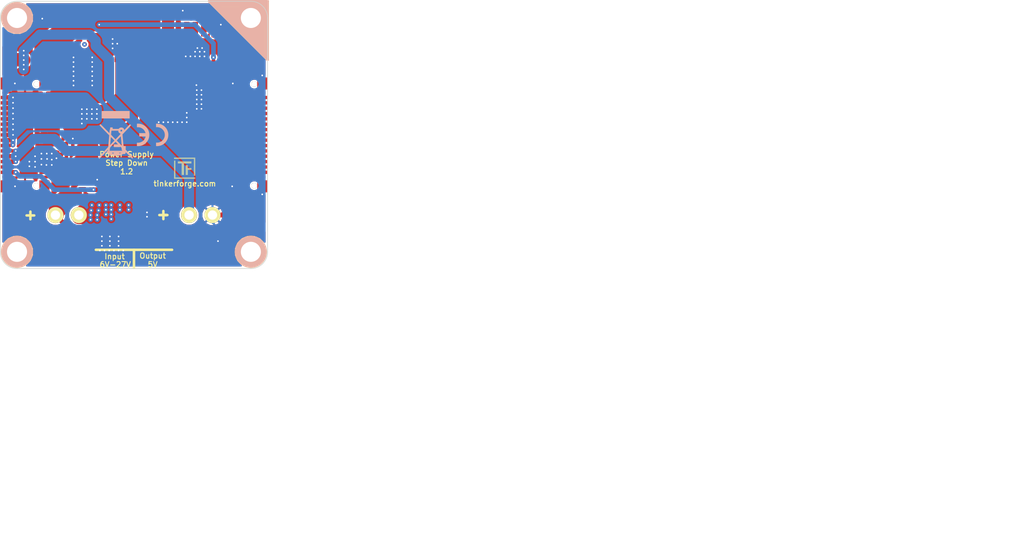
<source format=kicad_pcb>
(kicad_pcb (version 4) (host pcbnew 4.0.2+dfsg1-stable)
  (title_block (title "Step Down Powersupply") (rev 1.1) (company "Tinkerforge GmbH") (comment 1 "Licensed under CERN OHL v.1.1") (comment 2 "Copyright (©) 2011, B.Nordmeyer <bastian@tinkerforge.com>"))
  (layers (0 Vorderseite signal hide) (31 Rückseite signal hide) (34 B.Paste user) (35 F.Paste user) (36 B.SilkS user) (37 F.SilkS user) (38 B.Mask user) (39 F.Mask user) (44 Edge.Cuts user))
  (net 0 "")
  (net 1 +5V)
  (net 2 AGND)
  (net 3 CURRENT)
  (net 4 GND)
  (net 5 VOLTAGE)
  (net 6 VPP)
  (net 7 "Net-(C3-Pad1)")
  (net 8 "Net-(C4-Pad1)")
  (net 9 "Net-(C5-Pad1)")
  (net 10 "Net-(C5-Pad2)")
  (net 11 "Net-(C6-Pad1)")
  (net 12 "Net-(D1-Pad1)")
  (net 13 "Net-(D2-Pad2)")
  (net 14 "Net-(D2-Pad1)")
  (net 15 "Net-(J1-Pad29)")
  (net 16 "Net-(J1-Pad27)")
  (net 17 "Net-(J1-Pad25)")
  (net 18 "Net-(J1-Pad23)")
  (net 19 "Net-(J1-Pad21)")
  (net 20 "Net-(J1-Pad19)")
  (net 21 "Net-(J1-Pad17)")
  (net 22 "Net-(J1-Pad15)")
  (net 23 "Net-(J1-Pad13)")
  (net 24 "Net-(J1-Pad11)")
  (net 25 "Net-(J1-Pad9)")
  (net 26 "Net-(J1-Pad7)")
  (net 27 "Net-(J1-Pad5)")
  (net 28 "Net-(J1-Pad3)")
  (net 29 "Net-(J1-Pad1)")
  (net 30 "Net-(J1-Pad2)")
  (net 31 "Net-(J1-Pad4)")
  (net 32 "Net-(J1-Pad6)")
  (net 33 "Net-(J1-Pad8)")
  (net 34 "Net-(J1-Pad10)")
  (net 35 "Net-(J1-Pad12)")
  (net 36 "Net-(J1-Pad14)")
  (net 37 "Net-(J1-Pad16)")
  (net 38 "Net-(J1-Pad18)")
  (net 39 "Net-(J1-Pad20)")
  (net 40 "Net-(J1-Pad22)")
  (net 41 "Net-(J1-Pad24)")
  (net 42 "Net-(J1-Pad26)")
  (net 43 "Net-(J1-Pad28)")
  (net 44 "Net-(J1-Pad30)")
  (net 45 "Net-(J2-Pad28)")
  (net 46 "Net-(P1-Pad2)")
  (net 47 "Net-(R5-Pad1)")
  (net 48 "Net-(R6-Pad2)")
  (net 49 "Net-(R7-Pad2)")
  (module "" (layer Vorderseite) (at 156.62402 107.00004)
    (fp_text reference Ref** hide)
    (fp_text value Val** hide)
  )
  (module kicad-libraries:CE_5mm (layer Rückseite) (at 153.375 103.6 180)
    (fp_text reference VAL hide)
    (fp_text value CE_5mm hide)
  )
  (module kicad-libraries:WEEE_7mm (layer Rückseite) (at 147.9 103.6)
    (fp_text reference VAL hide)
    (fp_text value WEEE_7mm hide)
  )
  (module kicad-libraries:Fiducial_Mark (layer Vorderseite) (at 132.02412 89.5985)
    (fp_text reference Fiducial_Mark hide)
    (fp_text value VAL** hide)
    (pad 1 smd circle (at 0 0) (size 1.00076 1.00076) (layers Vorderseite F.Paste F.Mask) (clearance 0.65024))
  )
  (module kicad-libraries:Fiducial_Mark (layer Vorderseite) (at 169.12336 117.3988)
    (fp_text reference Fiducial_Mark hide)
    (fp_text value VAL** hide)
    (pad 1 smd circle (at 0 0) (size 1.00076 1.00076) (layers Vorderseite F.Paste F.Mask) (clearance 0.65024))
  )
  (module ELKO_83 (layer Vorderseite) (at 152.72258 100.30206 180)
    (fp_text reference C1)
    (fp_text value 220µF/35V)
    (pad 2 smd rect (at -3.50012 0 180) (size 4.0005 1.99898) (layers Vorderseite F.Paste F.Mask) (net 4 GND))
    (pad 1 smd rect (at 3.50012 0 180) (size 4.0005 1.99898) (layers Vorderseite F.Paste F.Mask) (net 6 VPP))
  )
  (module C0603 (layer Vorderseite) (at 148.12264 91.5035 90)
    (fp_text reference C2)
    (fp_text value 100nF)
    (pad 1 smd rect (at -0.8001 0 90) (size 0.8001 0.8001) (layers Vorderseite F.Paste F.Mask) (net 6 VPP))
    (pad 2 smd rect (at 0.8001 0 90) (size 0.8001 0.8001) (layers Vorderseite F.Paste F.Mask) (net 4 GND))
  )
  (module C0402 (layer Vorderseite) (at 157.22346 85.50148 90)
    (fp_text reference C3)
    (fp_text value 1µF/10V)
    (pad 1 smd rect (at -0.50038 0 90) (size 0.39878 0.59944) (layers Vorderseite F.Paste F.Mask) (net 7 "Net-(C3-Pad1)"))
    (pad 2 smd rect (at 0.50038 0 90) (size 0.39878 0.59944) (layers Vorderseite F.Paste F.Mask) (net 4 GND))
  )
  (module C0402 (layer Vorderseite) (at 163.62426 88.3031 90)
    (fp_text reference C4)
    (fp_text value 1nF)
    (pad 1 smd rect (at -0.50038 0 90) (size 0.39878 0.59944) (layers Vorderseite F.Paste F.Mask) (net 8 "Net-(C4-Pad1)"))
    (pad 2 smd rect (at 0.50038 0 90) (size 0.39878 0.59944) (layers Vorderseite F.Paste F.Mask) (net 4 GND))
  )
  (module C0603 (layer Vorderseite) (at 157.62224 95.50146)
    (fp_text reference C5)
    (fp_text value 100nF)
    (pad 1 smd rect (at -0.8001 0) (size 0.8001 0.8001) (layers Vorderseite F.Paste F.Mask) (net 9 "Net-(C5-Pad1)"))
    (pad 2 smd rect (at 0.8001 0) (size 0.8001 0.8001) (layers Vorderseite F.Paste F.Mask) (net 10 "Net-(C5-Pad2)"))
  )
  (module C0603 (layer Vorderseite) (at 148.12264 88.40216 270)
    (fp_text reference C6)
    (fp_text value 100nF)
    (pad 1 smd rect (at -0.8001 0 270) (size 0.8001 0.8001) (layers Vorderseite F.Paste F.Mask) (net 11 "Net-(C6-Pad1)"))
    (pad 2 smd rect (at 0.8001 0 270) (size 0.8001 0.8001) (layers Vorderseite F.Paste F.Mask) (net 4 GND))
  )
  (module ELKO_83 (layer Vorderseite) (at 142.92326 90.6018 90)
    (fp_text reference C7)
    (fp_text value 470µF/16V)
    (pad 2 smd rect (at -3.50012 0 90) (size 4.0005 1.99898) (layers Vorderseite F.Paste F.Mask) (net 4 GND))
    (pad 1 smd rect (at 3.50012 0 90) (size 4.0005 1.99898) (layers Vorderseite F.Paste F.Mask) (net 11 "Net-(C6-Pad1)"))
  )
  (module SOD-123 (layer Vorderseite) (at 152.02154 117.70106 270)
    (fp_text reference D1)
    (fp_text value Z12V)
    (pad 1 smd rect (at -1.84912 0 270) (size 1.19888 0.70104) (layers Vorderseite F.Paste F.Mask) (net 12 "Net-(D1-Pad1)") (clearance 0.14986))
    (pad 2 smd rect (at 1.84912 0 270) (size 1.19888 0.70104) (layers Vorderseite F.Paste F.Mask) (net 4 GND) (clearance 0.14986))
  )
  (module SOD-128 (layer Vorderseite) (at 141.72438 110.5535 270)
    (fp_text reference D2)
    (fp_text value PMEG4050BEP)
    (pad 2 smd rect (at -2.19964 0 270) (size 1.39954 2.19964) (layers Vorderseite F.Paste F.Mask) (net 13 "Net-(D2-Pad2)"))
    (pad 1 smd rect (at 2.19964 0 270) (size 1.39954 2.19964) (layers Vorderseite F.Paste F.Mask) (net 14 "Net-(D2-Pad1)"))
  )
  (module SOD-128 (layer Vorderseite) (at 160.02254 97.60204)
    (fp_text reference D3)
    (fp_text value PMEG4050BEP)
    (pad 2 smd rect (at -2.19964 0) (size 1.39954 2.19964) (layers Vorderseite F.Paste F.Mask) (net 9 "Net-(C5-Pad1)"))
    (pad 1 smd rect (at 2.19964 0) (size 1.39954 2.19964) (layers Vorderseite F.Paste F.Mask) (net 4 GND))
  )
  (module SOD-128 (layer Vorderseite) (at 134.52348 92.40266)
    (fp_text reference D4)
    (fp_text value PMEG4050BEP)
    (pad 2 smd rect (at -2.19964 0) (size 1.39954 2.19964) (layers Vorderseite F.Paste F.Mask) (net 1 +5V))
    (pad 1 smd rect (at 2.19964 0) (size 1.39954 2.19964) (layers Vorderseite F.Paste F.Mask) (net 11 "Net-(C6-Pad1)"))
  )
  (module C0603 (layer Vorderseite) (at 139.02182 105.60304 270)
    (fp_text reference FB1)
    (fp_text value FB)
    (pad 1 smd rect (at -0.8001 0 270) (size 0.8001 0.8001) (layers Vorderseite F.Paste F.Mask) (net 2 AGND))
    (pad 2 smd rect (at 0.8001 0 270) (size 0.8001 0.8001) (layers Vorderseite F.Paste F.Mask) (net 4 GND))
  )
  (module BTB08-ACS-TOP (layer Vorderseite) (at 166.92118 103.60152 90)
    (fp_text reference J1)
    (fp_text value STACK-UP-HIGH)
    (pad 29 smd rect (at -5.59816 2.89814 270) (size 0.49784 1.4986) (layers Vorderseite F.Paste F.Mask) (net 15 "Net-(J1-Pad29)"))
    (pad 27 smd rect (at -4.79806 2.89814 270) (size 0.49784 1.4986) (layers Vorderseite F.Paste F.Mask) (net 16 "Net-(J1-Pad27)"))
    (pad 25 smd rect (at -3.99796 2.89814 270) (size 0.49784 1.4986) (layers Vorderseite F.Paste F.Mask) (net 17 "Net-(J1-Pad25)"))
    (pad 23 smd rect (at -3.19786 2.89814 270) (size 0.49784 1.4986) (layers Vorderseite F.Paste F.Mask) (net 18 "Net-(J1-Pad23)"))
    (pad 21 smd rect (at -2.39776 2.89814 270) (size 0.49784 1.4986) (layers Vorderseite F.Paste F.Mask) (net 19 "Net-(J1-Pad21)"))
    (pad 19 smd rect (at -1.59766 2.89814 270) (size 0.49784 1.4986) (layers Vorderseite F.Paste F.Mask) (net 20 "Net-(J1-Pad19)"))
    (pad 17 smd rect (at -0.79756 2.89814 270) (size 0.49784 1.4986) (layers Vorderseite F.Paste F.Mask) (net 21 "Net-(J1-Pad17)"))
    (pad 15 smd rect (at 0 2.89814 270) (size 0.49784 1.4986) (layers Vorderseite F.Paste F.Mask) (net 22 "Net-(J1-Pad15)"))
    (pad 13 smd rect (at 0.79756 2.89814 270) (size 0.49784 1.4986) (layers Vorderseite F.Paste F.Mask) (net 23 "Net-(J1-Pad13)"))
    (pad 11 smd rect (at 1.59766 2.89814 270) (size 0.49784 1.4986) (layers Vorderseite F.Paste F.Mask) (net 24 "Net-(J1-Pad11)"))
    (pad 9 smd rect (at 2.39776 2.89814 270) (size 0.49784 1.4986) (layers Vorderseite F.Paste F.Mask) (net 25 "Net-(J1-Pad9)"))
    (pad 7 smd rect (at 3.19786 2.89814 270) (size 0.49784 1.4986) (layers Vorderseite F.Paste F.Mask) (net 26 "Net-(J1-Pad7)"))
    (pad 5 smd rect (at 3.99796 2.89814 270) (size 0.49784 1.4986) (layers Vorderseite F.Paste F.Mask) (net 27 "Net-(J1-Pad5)"))
    (pad 3 smd rect (at 4.79806 2.89814 270) (size 0.49784 1.4986) (layers Vorderseite F.Paste F.Mask) (net 28 "Net-(J1-Pad3)"))
    (pad 1 smd rect (at 5.59816 2.89814 270) (size 0.49784 1.4986) (layers Vorderseite F.Paste F.Mask) (net 29 "Net-(J1-Pad1)"))
    (pad 2 smd rect (at 5.59816 -2.89814 90) (size 0.49784 1.4986) (layers Vorderseite F.Paste F.Mask) (net 30 "Net-(J1-Pad2)"))
    (pad 4 smd rect (at 4.79806 -2.89814 90) (size 0.49784 1.4986) (layers Vorderseite F.Paste F.Mask) (net 31 "Net-(J1-Pad4)"))
    (pad 6 smd rect (at 3.99796 -2.89814 90) (size 0.49784 1.4986) (layers Vorderseite F.Paste F.Mask) (net 32 "Net-(J1-Pad6)"))
    (pad 8 smd rect (at 3.19786 -2.89814 90) (size 0.49784 1.4986) (layers Vorderseite F.Paste F.Mask) (net 33 "Net-(J1-Pad8)"))
    (pad 10 smd rect (at 2.39776 -2.89814 90) (size 0.49784 1.4986) (layers Vorderseite F.Paste F.Mask) (net 34 "Net-(J1-Pad10)"))
    (pad 12 smd rect (at 1.59766 -2.89814 90) (size 0.49784 1.4986) (layers Vorderseite F.Paste F.Mask) (net 35 "Net-(J1-Pad12)"))
    (pad 14 smd rect (at 0.79756 -2.89814 90) (size 0.49784 1.4986) (layers Vorderseite F.Paste F.Mask) (net 36 "Net-(J1-Pad14)"))
    (pad 16 smd rect (at 0 -2.89814 90) (size 0.49784 1.4986) (layers Vorderseite F.Paste F.Mask) (net 37 "Net-(J1-Pad16)"))
    (pad 18 smd rect (at -0.79756 -2.89814 90) (size 0.49784 1.4986) (layers Vorderseite F.Paste F.Mask) (net 38 "Net-(J1-Pad18)"))
    (pad 20 smd rect (at -1.59766 -2.89814 90) (size 0.49784 1.4986) (layers Vorderseite F.Paste F.Mask) (net 39 "Net-(J1-Pad20)"))
    (pad 22 smd rect (at -2.39776 -2.89814 90) (size 0.49784 1.4986) (layers Vorderseite F.Paste F.Mask) (net 40 "Net-(J1-Pad22)"))
    (pad 24 smd rect (at -3.19786 -2.89814 90) (size 0.49784 1.4986) (layers Vorderseite F.Paste F.Mask) (net 41 "Net-(J1-Pad24)"))
    (pad 26 smd rect (at -3.99796 -2.89814 90) (size 0.49784 1.4986) (layers Vorderseite F.Paste F.Mask) (net 42 "Net-(J1-Pad26)"))
    (pad 28 smd rect (at -4.79806 -2.89814 90) (size 0.49784 1.4986) (layers Vorderseite F.Paste F.Mask) (net 43 "Net-(J1-Pad28)"))
    (pad 30 smd rect (at -5.59816 -2.89814 90) (size 0.49784 1.4986) (layers Vorderseite F.Paste F.Mask) (net 44 "Net-(J1-Pad30)"))
    (pad EP smd rect (at 7.69874 -2.90068 90) (size 1.80086 1.50114) (layers Vorderseite F.Paste F.Mask) (net 4 GND))
    (pad EP smd rect (at 7.69874 2.90068 90) (size 1.80086 1.50114) (layers Vorderseite F.Paste F.Mask) (net 4 GND))
    (pad EP smd rect (at -7.69874 2.90068 90) (size 1.80086 1.50114) (layers Vorderseite F.Paste F.Mask) (net 4 GND))
    (pad EP smd rect (at -7.69874 -2.90068 90) (size 1.80086 1.50114) (layers Vorderseite F.Paste F.Mask) (net 4 GND))
    (pad EP smd rect (at 7.69874 0 90) (size 1.80086 1.99898) (layers Vorderseite F.Paste F.Mask) (net 4 GND))
    (pad EP smd rect (at -7.69874 0 90) (size 1.80086 1.99898) (layers Vorderseite F.Paste F.Mask) (net 4 GND))
    (pad "" thru_hole circle (at 7.59968 1.69926 90) (size 0.8001 0.8001) (drill 0.8001) (layers *.Cu *.Mask F.SilkS))
    (pad "" thru_hole circle (at -7.59968 1.69926 90) (size 0.8001 0.8001) (drill 0.8001) (layers *.Cu *.Mask F.SilkS))
  )
  (module BTB08-ACS-TOP (layer Vorderseite) (at 134.32028 103.60152 90)
    (fp_text reference J2)
    (fp_text value STACK-UP-HIGH)
    (pad 29 smd rect (at -5.59816 2.89814 270) (size 0.49784 1.4986) (layers Vorderseite F.Paste F.Mask) (net 3 CURRENT))
    (pad 27 smd rect (at -4.79806 2.89814 270) (size 0.49784 1.4986) (layers Vorderseite F.Paste F.Mask) (net 4 GND))
    (pad 25 smd rect (at -3.99796 2.89814 270) (size 0.49784 1.4986) (layers Vorderseite F.Paste F.Mask) (net 4 GND))
    (pad 23 smd rect (at -3.19786 2.89814 270) (size 0.49784 1.4986) (layers Vorderseite F.Paste F.Mask) (net 4 GND))
    (pad 21 smd rect (at -2.39776 2.89814 270) (size 0.49784 1.4986) (layers Vorderseite F.Paste F.Mask) (net 4 GND))
    (pad 19 smd rect (at -1.59766 2.89814 270) (size 0.49784 1.4986) (layers Vorderseite F.Paste F.Mask) (net 2 AGND))
    (pad 17 smd rect (at -0.79756 2.89814 270) (size 0.49784 1.4986) (layers Vorderseite F.Paste F.Mask) (net 2 AGND))
    (pad 15 smd rect (at 0 2.89814 270) (size 0.49784 1.4986) (layers Vorderseite F.Paste F.Mask) (net 2 AGND))
    (pad 13 smd rect (at 0.79756 2.89814 270) (size 0.49784 1.4986) (layers Vorderseite F.Paste F.Mask) (net 2 AGND))
    (pad 11 smd rect (at 1.59766 2.89814 270) (size 0.49784 1.4986) (layers Vorderseite F.Paste F.Mask) (net 2 AGND))
    (pad 9 smd rect (at 2.39776 2.89814 270) (size 0.49784 1.4986) (layers Vorderseite F.Paste F.Mask) (net 2 AGND))
    (pad 7 smd rect (at 3.19786 2.89814 270) (size 0.49784 1.4986) (layers Vorderseite F.Paste F.Mask) (net 2 AGND))
    (pad 5 smd rect (at 3.99796 2.89814 270) (size 0.49784 1.4986) (layers Vorderseite F.Paste F.Mask) (net 2 AGND))
    (pad 3 smd rect (at 4.79806 2.89814 270) (size 0.49784 1.4986) (layers Vorderseite F.Paste F.Mask) (net 2 AGND))
    (pad 1 smd rect (at 5.59816 2.89814 270) (size 0.49784 1.4986) (layers Vorderseite F.Paste F.Mask) (net 2 AGND))
    (pad 2 smd rect (at 5.59816 -2.89814 90) (size 0.49784 1.4986) (layers Vorderseite F.Paste F.Mask) (net 6 VPP))
    (pad 4 smd rect (at 4.79806 -2.89814 90) (size 0.49784 1.4986) (layers Vorderseite F.Paste F.Mask) (net 6 VPP))
    (pad 6 smd rect (at 3.99796 -2.89814 90) (size 0.49784 1.4986) (layers Vorderseite F.Paste F.Mask) (net 6 VPP))
    (pad 8 smd rect (at 3.19786 -2.89814 90) (size 0.49784 1.4986) (layers Vorderseite F.Paste F.Mask) (net 6 VPP))
    (pad 10 smd rect (at 2.39776 -2.89814 90) (size 0.49784 1.4986) (layers Vorderseite F.Paste F.Mask) (net 6 VPP))
    (pad 12 smd rect (at 1.59766 -2.89814 90) (size 0.49784 1.4986) (layers Vorderseite F.Paste F.Mask) (net 6 VPP))
    (pad 14 smd rect (at 0.79756 -2.89814 90) (size 0.49784 1.4986) (layers Vorderseite F.Paste F.Mask) (net 6 VPP))
    (pad 16 smd rect (at 0 -2.89814 90) (size 0.49784 1.4986) (layers Vorderseite F.Paste F.Mask) (net 6 VPP))
    (pad 18 smd rect (at -0.79756 -2.89814 90) (size 0.49784 1.4986) (layers Vorderseite F.Paste F.Mask) (net 6 VPP))
    (pad 20 smd rect (at -1.59766 -2.89814 90) (size 0.49784 1.4986) (layers Vorderseite F.Paste F.Mask) (net 6 VPP))
    (pad 22 smd rect (at -2.39776 -2.89814 90) (size 0.49784 1.4986) (layers Vorderseite F.Paste F.Mask) (net 1 +5V))
    (pad 24 smd rect (at -3.19786 -2.89814 90) (size 0.49784 1.4986) (layers Vorderseite F.Paste F.Mask) (net 1 +5V))
    (pad 26 smd rect (at -3.99796 -2.89814 90) (size 0.49784 1.4986) (layers Vorderseite F.Paste F.Mask) (net 1 +5V))
    (pad 28 smd rect (at -4.79806 -2.89814 90) (size 0.49784 1.4986) (layers Vorderseite F.Paste F.Mask) (net 45 "Net-(J2-Pad28)"))
    (pad 30 smd rect (at -5.59816 -2.89814 90) (size 0.49784 1.4986) (layers Vorderseite F.Paste F.Mask) (net 5 VOLTAGE))
    (pad EP smd rect (at 7.69874 -2.90068 90) (size 1.80086 1.50114) (layers Vorderseite F.Paste F.Mask) (net 4 GND))
    (pad EP smd rect (at 7.69874 2.90068 90) (size 1.80086 1.50114) (layers Vorderseite F.Paste F.Mask) (net 4 GND))
    (pad EP smd rect (at -7.69874 2.90068 90) (size 1.80086 1.50114) (layers Vorderseite F.Paste F.Mask) (net 4 GND))
    (pad EP smd rect (at -7.69874 -2.90068 90) (size 1.80086 1.50114) (layers Vorderseite F.Paste F.Mask) (net 4 GND))
    (pad EP smd rect (at 7.69874 0 90) (size 1.80086 1.99898) (layers Vorderseite F.Paste F.Mask) (net 4 GND))
    (pad EP smd rect (at -7.69874 0 90) (size 1.80086 1.99898) (layers Vorderseite F.Paste F.Mask) (net 4 GND))
    (pad "" thru_hole circle (at 7.59968 1.69926 90) (size 0.8001 0.8001) (drill 0.8001) (layers *.Cu *.Mask F.SilkS))
    (pad "" thru_hole circle (at -7.59968 1.69926 90) (size 0.8001 0.8001) (drill 0.8001) (layers *.Cu *.Mask F.SilkS))
  )
  (module SRP7030 (layer Vorderseite) (at 152.72258 90.6018 90)
    (fp_text reference L1)
    (fp_text value 10µH)
    (pad 1 smd rect (at -3.0988 0 90) (size 2.49936 3.70078) (layers Vorderseite F.Paste F.Mask) (net 9 "Net-(C5-Pad1)"))
    (pad 2 smd rect (at 3.0988 0 90) (size 2.49936 3.70078) (layers Vorderseite F.Paste F.Mask) (net 11 "Net-(C6-Pad1)"))
  )
  (module OQ_2P (layer Vorderseite) (at 140.62202 115.60302)
    (fp_text reference P1)
    (fp_text value Black)
    (pad 1 thru_hole circle (at -1.75006 0) (size 2.4003 2.4003) (drill 1.39954) (layers *.Cu *.Mask F.SilkS) (net 14 "Net-(D2-Pad1)"))
    (pad 2 thru_hole circle (at 1.75006 0) (size 2.4003 2.4003) (drill 1.39954) (layers *.Cu *.Mask F.SilkS) (net 46 "Net-(P1-Pad2)"))
  )
  (module OQ_2P (layer Vorderseite) (at 160.62452 115.59794)
    (fp_text reference P2)
    (fp_text value Green)
    (pad 1 thru_hole circle (at -1.75006 0) (size 2.4003 2.4003) (drill 1.39954) (layers *.Cu *.Mask F.SilkS) (net 1 +5V))
    (pad 2 thru_hole circle (at 1.75006 0) (size 2.4003 2.4003) (drill 1.39954) (layers *.Cu *.Mask F.SilkS) (net 4 GND))
  )
  (module SOIC-8-MOSFET (layer Vorderseite) (at 148.3233 116.8019)
    (fp_text reference Q1)
    (fp_text value FDS8449)
    (pad S smd rect (at -1.90246 2.69748 180) (size 0.59944 1.5494) (layers Vorderseite F.Paste F.Mask) (net 4 GND))
    (pad S smd rect (at -0.63246 2.69748 180) (size 0.59944 1.5494) (layers Vorderseite F.Paste F.Mask) (net 4 GND))
    (pad S smd rect (at 0.63246 2.69748 180) (size 0.59944 1.5494) (layers Vorderseite F.Paste F.Mask) (net 4 GND))
    (pad G smd rect (at 1.90246 2.69748 180) (size 0.59944 1.5494) (layers Vorderseite F.Paste F.Mask) (net 12 "Net-(D1-Pad1)"))
    (pad D smd rect (at 1.90246 -2.69748) (size 0.59944 1.5494) (layers Vorderseite F.Paste F.Mask) (net 46 "Net-(P1-Pad2)"))
    (pad D smd rect (at 0.63246 -2.69748) (size 0.59944 1.5494) (layers Vorderseite F.Paste F.Mask) (net 46 "Net-(P1-Pad2)"))
    (pad D smd rect (at -0.63246 -2.69748) (size 0.59944 1.5494) (layers Vorderseite F.Paste F.Mask) (net 46 "Net-(P1-Pad2)"))
    (pad D smd rect (at -1.90246 -2.69748) (size 0.59944 1.5494) (layers Vorderseite F.Paste F.Mask) (net 46 "Net-(P1-Pad2)"))
  )
  (module R0402 (layer Vorderseite) (at 153.62174 119.00154 270)
    (fp_text reference R1)
    (fp_text value 100k)
    (pad 1 smd rect (at -0.50038 0 270) (size 0.39878 0.59944) (layers Vorderseite F.Paste F.Mask) (net 14 "Net-(D2-Pad1)"))
    (pad 2 smd rect (at 0.50038 0 270) (size 0.39878 0.59944) (layers Vorderseite F.Paste F.Mask) (net 12 "Net-(D1-Pad1)"))
  )
  (module R0402 (layer Vorderseite) (at 144.02308 111.3028 270)
    (fp_text reference R2)
    (fp_text value 10k)
    (pad 1 smd rect (at -0.50038 0 270) (size 0.39878 0.59944) (layers Vorderseite F.Paste F.Mask) (net 14 "Net-(D2-Pad1)"))
    (pad 2 smd rect (at 0.50038 0 270) (size 0.39878 0.59944) (layers Vorderseite F.Paste F.Mask) (net 5 VOLTAGE))
  )
  (module R0402 (layer Vorderseite) (at 145.12036 111.3028 90)
    (fp_text reference R3)
    (fp_text value 1k)
    (pad 1 smd rect (at -0.50038 0 90) (size 0.39878 0.59944) (layers Vorderseite F.Paste F.Mask) (net 5 VOLTAGE))
    (pad 2 smd rect (at 0.50038 0 90) (size 0.39878 0.59944) (layers Vorderseite F.Paste F.Mask) (net 4 GND))
  )
  (module R1206 (layer Vorderseite) (at 144.27454 103.80218 270)
    (fp_text reference R4)
    (fp_text value 0.01)
    (pad 1 smd rect (at -1.50114 0 270) (size 1.00076 1.6002) (layers Vorderseite F.Paste F.Mask) (net 6 VPP))
    (pad 2 smd rect (at 1.50114 0 270) (size 1.00076 1.6002) (layers Vorderseite F.Paste F.Mask) (net 13 "Net-(D2-Pad2)"))
  )
  (module R0402 (layer Vorderseite) (at 139.4206 108.70184 270)
    (fp_text reference R5)
    (fp_text value 10k)
    (pad 1 smd rect (at -0.50038 0 270) (size 0.39878 0.59944) (layers Vorderseite F.Paste F.Mask) (net 47 "Net-(R5-Pad1)"))
    (pad 2 smd rect (at 0.50038 0 270) (size 0.39878 0.59944) (layers Vorderseite F.Paste F.Mask) (net 3 CURRENT))
  )
  (module R0402 (layer Vorderseite) (at 162.52444 88.3031 90)
    (fp_text reference R6)
    (fp_text value 10k)
    (pad 1 smd rect (at -0.50038 0 90) (size 0.39878 0.59944) (layers Vorderseite F.Paste F.Mask) (net 8 "Net-(C4-Pad1)"))
    (pad 2 smd rect (at 0.50038 0 90) (size 0.39878 0.59944) (layers Vorderseite F.Paste F.Mask) (net 48 "Net-(R6-Pad2)"))
  )
  (module R0402 (layer Vorderseite) (at 162.52444 93.1037 270)
    (fp_text reference R7)
    (fp_text value 57.6k)
    (pad 1 smd rect (at -0.50038 0 270) (size 0.39878 0.59944) (layers Vorderseite F.Paste F.Mask) (net 11 "Net-(C6-Pad1)"))
    (pad 2 smd rect (at 0.50038 0 270) (size 0.39878 0.59944) (layers Vorderseite F.Paste F.Mask) (net 49 "Net-(R7-Pad2)"))
  )
  (module R0402 (layer Vorderseite) (at 160.41878 95.49892 180)
    (fp_text reference R8)
    (fp_text value 10k)
    (pad 1 smd rect (at -0.50038 0 180) (size 0.39878 0.59944) (layers Vorderseite F.Paste F.Mask) (net 49 "Net-(R7-Pad2)"))
    (pad 2 smd rect (at 0.50038 0 180) (size 0.39878 0.59944) (layers Vorderseite F.Paste F.Mask) (net 4 GND))
  )
  (module SOT23-5 (layer Vorderseite) (at 141.47038 103.80218)
    (fp_text reference U1)
    (fp_text value ZXCT1086)
    (pad 1 smd rect (at -0.94996 1.19888) (size 0.50038 0.8001) (layers Vorderseite F.Paste F.Mask) (net 47 "Net-(R5-Pad1)"))
    (pad 2 smd rect (at 0 1.19888) (size 0.50038 0.8001) (layers Vorderseite F.Paste F.Mask) (net 4 GND))
    (pad 3 smd rect (at 0.94996 1.19888) (size 0.50038 0.8001) (layers Vorderseite F.Paste F.Mask) (net 13 "Net-(D2-Pad2)"))
    (pad 5 smd rect (at -0.94996 -1.19888) (size 0.50038 0.8001) (layers Vorderseite F.Paste F.Mask) (net 6 VPP))
    (pad 4 smd rect (at 0.94996 -1.19888) (size 0.50038 0.8001) (layers Vorderseite F.Paste F.Mask) (net 6 VPP))
  )
  (module SO-8 (layer Vorderseite) (at 159.1691 90.65006)
    (fp_text reference U2)
    (fp_text value AOZ1212)
    (pad 1 smd rect (at -1.90246 2.86766 180) (size 0.79756 2.19964) (layers Vorderseite F.Paste F.Mask) (net 9 "Net-(C5-Pad1)"))
    (pad 2 smd rect (at -0.63246 2.86766 180) (size 0.79756 2.19964) (layers Vorderseite F.Paste F.Mask) (net 10 "Net-(C5-Pad2)"))
    (pad 3 smd rect (at 0.63246 2.86766 180) (size 0.79756 2.19964) (layers Vorderseite F.Paste F.Mask) (net 4 GND))
    (pad 4 smd rect (at 1.90246 2.86766 180) (size 0.79756 2.19964) (layers Vorderseite F.Paste F.Mask) (net 49 "Net-(R7-Pad2)"))
    (pad 5 smd rect (at 1.90246 -2.86766) (size 0.79756 2.19964) (layers Vorderseite F.Paste F.Mask) (net 48 "Net-(R6-Pad2)"))
    (pad 6 smd rect (at 0.63246 -2.86766) (size 0.79756 2.19964) (layers Vorderseite F.Paste F.Mask) (net 6 VPP))
    (pad 7 smd rect (at -0.63246 -2.86766) (size 0.79756 2.19964) (layers Vorderseite F.Paste F.Mask) (net 6 VPP))
    (pad 8 smd rect (at -1.90246 -2.86766) (size 0.79756 2.19964) (layers Vorderseite F.Paste F.Mask) (net 7 "Net-(C3-Pad1)"))
  )
  (module DRILL_NP (layer Vorderseite) (at 133.1214 86.10092 90)
    (fp_text reference U3 hide)
    (fp_text value DRILL hide)
    (pad "" np_thru_hole circle (at 0 0 90) (size 2.99974 2.99974) (drill 2.99974) (layers *.Cu *.Mask F.SilkS) (clearance 0.89916))
  )
  (module DRILL_NP (layer Vorderseite) (at 168.12006 86.10092)
    (fp_text reference U4 hide)
    (fp_text value DRILL hide)
    (pad "" np_thru_hole circle (at 0 0) (size 2.99974 2.99974) (drill 2.99974) (layers *.Cu *.Mask F.SilkS) (clearance 0.89916))
  )
  (module DRILL_NP (layer Vorderseite) (at 168.12006 121.10212 90)
    (fp_text reference U5 hide)
    (fp_text value DRILL hide)
    (pad "" np_thru_hole circle (at 0 0 90) (size 2.99974 2.99974) (drill 2.99974) (layers *.Cu *.Mask F.SilkS) (clearance 0.89916))
  )
  (module DRILL_NP (layer Vorderseite) (at 133.1214 121.10212)
    (fp_text reference U6 hide)
    (fp_text value DRILL hide)
    (pad "" np_thru_hole circle (at 0 0) (size 2.99974 2.99974) (drill 2.99974) (layers *.Cu *.Mask F.SilkS) (clearance 0.89916))
  )
  (gr_line (start 155.02382 115.59794) (end 155.62326 115.59794) (angle 90) (layer F.SilkS) (width 0.381))
  (gr_line (start 155.02382 114.9985) (end 155.02382 116.19992) (angle 90) (layer F.SilkS) (width 0.381))
  (gr_line (start 155.5242 115.59794) (end 154.42438 115.59794) (angle 90) (layer F.SilkS) (width 0.381))
  (gr_line (start 150.62454 120.79986) (end 150.62454 123.49988) (angle 90) (layer F.SilkS) (width 0.381))
  (gr_line (start 151.6253 120.79986) (end 144.92478 120.79986) (angle 90) (layer F.SilkS) (width 0.381))
  (gr_line (start 151.6253 120.79986) (end 156.3243 120.79986) (angle 90) (layer F.SilkS) (width 0.381))
  (gr_text 5V (at 153.42362 122.9995) (layer F.SilkS) (effects (font (size 0.8001 0.8001) (thickness 0.14986))))
  (gr_text Output (at 153.42362 121.69902) (layer F.SilkS) (effects (font (size 0.8001 0.8001) (thickness 0.14986))))
  (gr_text " Input" (at 147.42414 121.79808) (layer F.SilkS) (effects (font (size 0.8001 0.8001) (thickness 0.14986))))
  (gr_line (start 168.82364 89.40292) (end 168.82364 89.30132) (angle 90) (layer B.SilkS) (width 0.381))
  (gr_line (start 168.9735 89.55278) (end 168.82364 89.40292) (angle 90) (layer B.SilkS) (width 0.381))
  (gr_line (start 168.87444 89.34958) (end 168.87444 89.40292) (angle 90) (layer F.SilkS) (width 0.381))
  (gr_line (start 169.07256 89.15146) (end 168.87444 89.34958) (angle 90) (layer F.SilkS) (width 0.381))
  (gr_line (start 169.42308 90.35288) (end 169.62374 90.55354) (angle 90) (layer F.SilkS) (width 0.381))
  (gr_line (start 166.02456 85.65388) (end 166.02456 85.75294) (angle 90) (layer F.SilkS) (width 0.381))
  (gr_line (start 165.92296 85.55228) (end 166.02456 85.65388) (angle 90) (layer F.SilkS) (width 0.381))
  (gr_line (start 164.67074 85.35162) (end 165.52418 85.35162) (angle 90) (layer F.SilkS) (width 0.381))
  (gr_line (start 164.1729 84.85378) (end 164.67074 85.35162) (angle 90) (layer F.SilkS) (width 0.381))
  (gr_line (start 163.87318 84.85378) (end 164.1729 84.85378) (angle 90) (layer F.SilkS) (width 0.381))
  (gr_line (start 163.3728 84.3534) (end 163.87318 84.85378) (angle 90) (layer F.SilkS) (width 0.381))
  (gr_line (start 165.52418 85.45322) (end 165.52418 85.40242) (angle 90) (layer B.SilkS) (width 0.381))
  (gr_line (start 164.973 85.45322) (end 165.52418 85.45322) (angle 90) (layer B.SilkS) (width 0.381))
  (gr_line (start 164.62248 85.1027) (end 164.973 85.45322) (angle 90) (layer B.SilkS) (width 0.381))
  (gr_line (start 164.1729 84.65312) (end 164.62248 85.1027) (angle 90) (layer B.SilkS) (width 0.381))
  (gr_line (start 163.67506 84.65312) (end 164.1729 84.65312) (angle 90) (layer B.SilkS) (width 0.381))
  (gr_line (start 163.27374 84.2518) (end 163.67506 84.65312) (angle 90) (layer B.SilkS) (width 0.381))
  (gr_line (start 167.77462 86.7537) (end 167.82288 86.7537) (angle 90) (layer B.SilkS) (width 0.381))
  (gr_line (start 167.77462 87.15248) (end 167.77462 86.7537) (angle 90) (layer B.SilkS) (width 0.381))
  (gr_line (start 167.22344 86.6013) (end 167.77462 87.15248) (angle 90) (layer B.SilkS) (width 0.381))
  (gr_line (start 168.02354 86.6013) (end 167.22344 86.6013) (angle 90) (layer B.SilkS) (width 0.381))
  (gr_line (start 168.02354 87.65286) (end 168.02354 86.6013) (angle 90) (layer B.SilkS) (width 0.381))
  (gr_line (start 166.624 86.25332) (end 168.02354 87.65286) (angle 90) (layer B.SilkS) (width 0.381))
  (gr_line (start 168.275 86.25332) (end 166.624 86.25332) (angle 90) (layer B.SilkS) (width 0.381))
  (gr_line (start 168.275 88.15324) (end 168.275 86.25332) (angle 90) (layer B.SilkS) (width 0.381))
  (gr_line (start 166.02456 85.9028) (end 168.275 88.15324) (angle 90) (layer B.SilkS) (width 0.381))
  (gr_line (start 168.57472 85.9028) (end 166.02456 85.9028) (angle 90) (layer B.SilkS) (width 0.381))
  (gr_line (start 168.57472 88.65362) (end 168.57472 85.9028) (angle 90) (layer B.SilkS) (width 0.381))
  (gr_line (start 165.47338 85.55228) (end 168.57472 88.65362) (angle 90) (layer B.SilkS) (width 0.381))
  (gr_line (start 168.82364 85.55228) (end 165.47338 85.55228) (angle 90) (layer B.SilkS) (width 0.381))
  (gr_line (start 168.82364 89.20226) (end 168.82364 85.55228) (angle 90) (layer B.SilkS) (width 0.381))
  (gr_line (start 164.82314 85.20176) (end 168.82364 89.20226) (angle 90) (layer B.SilkS) (width 0.381))
  (gr_line (start 169.12336 85.20176) (end 164.82314 85.20176) (angle 90) (layer B.SilkS) (width 0.381))
  (gr_line (start 169.12336 89.8525) (end 169.12336 85.20176) (angle 90) (layer B.SilkS) (width 0.381))
  (gr_line (start 164.1729 84.90204) (end 169.12336 89.8525) (angle 90) (layer B.SilkS) (width 0.381))
  (gr_line (start 169.42308 84.90204) (end 164.1729 84.90204) (angle 90) (layer B.SilkS) (width 0.381))
  (gr_line (start 169.42308 90.40114) (end 169.42308 84.90204) (angle 90) (layer B.SilkS) (width 0.381))
  (gr_line (start 163.62426 84.60232) (end 169.42308 90.40114) (angle 90) (layer B.SilkS) (width 0.381))
  (gr_line (start 169.7228 84.60232) (end 163.62426 84.60232) (angle 90) (layer B.SilkS) (width 0.381))
  (gr_line (start 169.7228 90.95232) (end 169.7228 84.60232) (angle 90) (layer B.SilkS) (width 0.381))
  (gr_line (start 163.02228 84.2518) (end 169.7228 90.95232) (angle 90) (layer B.SilkS) (width 0.381))
  (gr_line (start 170.02252 84.2518) (end 163.02228 84.2518) (angle 90) (layer B.SilkS) (width 0.381))
  (gr_line (start 170.02252 91.55176) (end 170.02252 84.2518) (angle 90) (layer B.SilkS) (width 0.381))
  (gr_line (start 162.42284 83.95208) (end 170.02252 91.55176) (angle 90) (layer B.SilkS) (width 0.381))
  (gr_line (start 170.37304 83.95208) (end 162.42284 83.95208) (angle 90) (layer B.SilkS) (width 0.381))
  (gr_line (start 170.37304 91.70162) (end 170.37304 83.95208) (angle 90) (layer B.SilkS) (width 0.381))
  (gr_line (start 161.8742 83.60156) (end 170.6245 92.35186) (angle 90) (layer B.SilkS) (width 0.381))
  (gr_line (start 170.6245 83.60156) (end 161.8742 83.60156) (angle 90) (layer B.SilkS) (width 0.381))
  (gr_line (start 170.6245 92.35186) (end 170.6245 83.60156) (angle 90) (layer B.SilkS) (width 0.381))
  (gr_line (start 167.72382 86.85276) (end 167.82288 86.85276) (angle 90) (layer F.SilkS) (width 0.381))
  (gr_line (start 167.3225 86.45144) (end 167.72382 86.85276) (angle 90) (layer F.SilkS) (width 0.381))
  (gr_line (start 168.02354 86.45144) (end 167.3225 86.45144) (angle 90) (layer F.SilkS) (width 0.381))
  (gr_line (start 168.02354 87.4522) (end 168.02354 86.45144) (angle 90) (layer F.SilkS) (width 0.381))
  (gr_line (start 166.72306 86.15172) (end 168.02354 87.4522) (angle 90) (layer F.SilkS) (width 0.381))
  (gr_line (start 168.275 86.15172) (end 166.72306 86.15172) (angle 90) (layer F.SilkS) (width 0.381))
  (gr_line (start 168.275 88.00338) (end 168.275 86.15172) (angle 90) (layer F.SilkS) (width 0.381))
  (gr_line (start 166.12362 85.852) (end 168.275 88.00338) (angle 90) (layer F.SilkS) (width 0.381))
  (gr_line (start 168.57472 85.852) (end 166.12362 85.852) (angle 90) (layer F.SilkS) (width 0.381))
  (gr_line (start 168.57472 88.55202) (end 168.57472 85.852) (angle 90) (layer F.SilkS) (width 0.381))
  (gr_line (start 165.52418 85.50148) (end 168.57472 88.55202) (angle 90) (layer F.SilkS) (width 0.381))
  (gr_line (start 168.8719 85.50148) (end 165.52418 85.50148) (angle 90) (layer F.SilkS) (width 0.381))
  (gr_line (start 168.8719 89.1032) (end 168.8719 85.50148) (angle 90) (layer F.SilkS) (width 0.381))
  (gr_line (start 164.9222 85.1535) (end 168.8719 89.1032) (angle 90) (layer F.SilkS) (width 0.381))
  (gr_line (start 169.17416 85.1535) (end 164.9222 85.1535) (angle 90) (layer F.SilkS) (width 0.381))
  (gr_line (start 169.17416 89.75344) (end 169.17416 85.1535) (angle 90) (layer F.SilkS) (width 0.381))
  (gr_line (start 164.32276 84.90204) (end 169.17416 89.75344) (angle 90) (layer F.SilkS) (width 0.381))
  (gr_line (start 169.37482 84.90204) (end 164.32276 84.90204) (angle 90) (layer F.SilkS) (width 0.381))
  (gr_line (start 169.37482 90.35288) (end 169.37482 84.90204) (angle 90) (layer F.SilkS) (width 0.381))
  (gr_line (start 163.62426 84.60232) (end 169.37482 90.35288) (angle 90) (layer F.SilkS) (width 0.381))
  (gr_line (start 169.7228 84.60232) (end 163.62426 84.60232) (angle 90) (layer F.SilkS) (width 0.381))
  (gr_line (start 169.7228 90.95232) (end 169.7228 84.60232) (angle 90) (layer F.SilkS) (width 0.381))
  (gr_line (start 163.02228 84.2518) (end 169.7228 90.95232) (angle 90) (layer F.SilkS) (width 0.381))
  (gr_line (start 170.02252 84.2518) (end 163.02228 84.2518) (angle 90) (layer F.SilkS) (width 0.381))
  (gr_line (start 170.02252 91.55176) (end 170.02252 84.2518) (angle 90) (layer F.SilkS) (width 0.381))
  (gr_line (start 162.42284 83.95208) (end 170.02252 91.55176) (angle 90) (layer F.SilkS) (width 0.381))
  (gr_line (start 170.37304 83.95208) (end 162.42284 83.95208) (angle 90) (layer F.SilkS) (width 0.381))
  (gr_line (start 170.37304 91.75242) (end 170.37304 83.95208) (angle 90) (layer F.SilkS) (width 0.381))
  (gr_line (start 170.6245 83.60156) (end 170.6245 92.35186) (angle 90) (layer F.SilkS) (width 0.381))
  (gr_line (start 161.8742 83.60156) (end 170.6245 83.60156) (angle 90) (layer F.SilkS) (width 0.381))
  (gr_line (start 170.6245 92.35186) (end 161.8742 83.60156) (angle 90) (layer F.SilkS) (width 0.381))
  (gr_text + (at 135.12292 115.55222) (layer F.SilkS) (effects (font (size 1.50114 1.50114) (thickness 0.37592))))
  (gr_line (start 170.62196 86.10092) (end 170.62196 121.10212) (angle 90) (layer Edge.Cuts) (width 0.09906))
  (gr_line (start 133.1214 83.60156) (end 168.12006 83.60156) (angle 90) (layer Edge.Cuts) (width 0.09906))
  (gr_line (start 130.62204 121.10212) (end 130.62204 86.10092) (angle 90) (layer Edge.Cuts) (width 0.09906))
  (gr_line (start 168.12006 123.60148) (end 133.1214 123.60148) (angle 90) (layer Edge.Cuts) (width 0.09906))
  (gr_arc (start 133.1214 86.10092) (end 130.62204 86.10092) (angle 90) (layer Edge.Cuts) (width 0.09906))
  (gr_arc (start 168.12006 86.10092) (end 168.12006 83.60156) (angle 90) (layer Edge.Cuts) (width 0.09906))
  (gr_arc (start 168.12006 121.10212) (end 170.62196 121.10212) (angle 90) (layer Edge.Cuts) (width 0.09906))
  (gr_arc (start 133.1214 121.10212) (end 133.1214 123.60148) (angle 90) (layer Edge.Cuts) (width 0.09906))
  (gr_text tinkerforge.com (at 158.22422 110.89894) (layer F.SilkS) (effects (font (size 0.8001 0.8001) (thickness 0.14986))))
  (gr_text 6V-27V (at 147.82546 122.9995) (layer F.SilkS) (effects (font (size 0.8001 0.8001) (thickness 0.14986))))
  (gr_text "Power Supply\nStep Down\n1.2" (at 149.52472 107.80014) (layer F.SilkS) (effects (font (size 0.8001 0.8001) (thickness 0.14986))))
  (via (at 143.22298 90.05316) (size 0.70104) (layers Vorderseite Rückseite) (net 0))
  (segment (start 132.92074 106.00182) (end 132.92074 107.60202) (width 0.70104) (layer Rückseite) (net 1))
  (segment (start 132.92074 106.80192) (end 132.99808 106.80192) (width 1.50114) (layer Rückseite) (net 1))
  (segment (start 140.5 106) (end 155 106) (width 1.50114) (layer Rückseite) (net 1))
  (segment (start 138.7 104.2) (end 140.5 106) (width 1.50114) (layer Rückseite) (net 1))
  (segment (start 135.6 104.2) (end 138.7 104.2) (width 1.50114) (layer Rückseite) (net 1))
  (segment (start 132.99808 106.80192) (end 135.6 104.2) (width 1.50114) (layer Rückseite) (net 1))
  (segment (start 132.92074 106.80192) (end 132.92074 106.42074) (width 0.70104) (layer Rückseite) (net 1))
  (segment (start 132.92074 106.80192) (end 132.92074 107.60202) (width 0.70104) (layer Rückseite) (net 1))
  (via (at 132.92074 107.60202) (size 0.70104) (layers Vorderseite Rückseite) (net 1))
  (segment (start 132.51942 107.59948) (end 132.92074 107.60202) (width 0.70104) (layer Vorderseite) (net 1))
  (segment (start 131.42214 107.59948) (end 132.51942 107.59948) (width 0.70104) (layer Vorderseite) (net 1))
  (segment (start 132.92074 106.00182) (end 132.92074 106.42074) (width 0.29972) (layer Rückseite) (net 1))
  (segment (start 131.42214 105.99928) (end 132.9182 105.99928) (width 0.50038) (layer Vorderseite) (net 1))
  (segment (start 132.9182 105.99928) (end 132.92074 106.00182) (width 0.50038) (layer Vorderseite) (net 1))
  (via (at 132.92074 106.00182) (size 0.70104) (layers Vorderseite Rückseite) (net 1))
  (via (at 132.92074 106.80192) (size 0.70104) (layers Vorderseite Rückseite) (net 1))
  (segment (start 134.12216 91.00058) (end 134.12216 93.8022) (width 1.50114) (layer Rückseite) (net 1))
  (via (at 134.12216 93.8022) (size 0.70104) (layers Vorderseite Rückseite) (net 1))
  (segment (start 158.87446 115.59794) (end 158.87446 109.87446) (width 1.50114) (layer Rückseite) (net 1))
  (segment (start 158.87446 109.87446) (end 155 106) (width 1.50114) (layer Rückseite) (net 1))
  (via (at 134.12216 91.00058) (size 0.70104) (layers Vorderseite Rückseite) (net 1))
  (segment (start 136.52274 88.6) (end 134.12216 91.00058) (width 1.50114) (layer Rückseite) (net 1))
  (segment (start 155 106) (end 146.9 97.9) (width 1.50114) (layer Rückseite) (net 1))
  (segment (start 146.9 97.9) (end 146.9 92.3) (width 1.50114) (layer Rückseite) (net 1))
  (segment (start 146.9 92.3) (end 144.9 90.3) (width 1.50114) (layer Rückseite) (net 1))
  (segment (start 144.9 90.3) (end 144.9 89.5) (width 1.50114) (layer Rückseite) (net 1))
  (segment (start 144.9 89.5) (end 144 88.6) (width 1.50114) (layer Rückseite) (net 1))
  (segment (start 144 88.6) (end 136.52274 88.6) (width 1.50114) (layer Rückseite) (net 1))
  (segment (start 134.12216 92.40266) (end 132.64642 92.40266) (width 0.70104) (layer Vorderseite) (net 1))
  (segment (start 132.64642 92.40266) (end 132.59562 92.35186) (width 0.70104) (layer Vorderseite) (net 1))
  (segment (start 134.07136 92.35186) (end 134.12216 92.40266) (width 1.99898) (layer Vorderseite) (net 1))
  (segment (start 132.59562 92.35186) (end 134.07136 92.35186) (width 1.99898) (layer Vorderseite) (net 1))
  (segment (start 132.59562 92.35186) (end 132.32384 92.40266) (width 0.70104) (layer Vorderseite) (net 1))
  (segment (start 134.12216 93.10116) (end 134.12216 93.8022) (width 0.70104) (layer Vorderseite) (net 1))
  (segment (start 134.12216 92.40266) (end 134.12216 93.10116) (width 0.70104) (layer Vorderseite) (net 1))
  (via (at 134.12216 93.10116) (size 0.70104) (layers Vorderseite Rückseite) (net 1))
  (segment (start 134.12216 91.70162) (end 134.12216 92.40266) (width 0.70104) (layer Vorderseite) (net 1))
  (via (at 134.12216 92.40266) (size 0.70104) (layers Vorderseite Rückseite) (net 1))
  (segment (start 134.12216 91.00058) (end 134.12216 91.70162) (width 0.70104) (layer Vorderseite) (net 1))
  (segment (start 132.51942 106.79938) (end 132.92074 106.80192) (width 0.70104) (layer Vorderseite) (net 1))
  (segment (start 131.42214 106.79938) (end 132.51942 106.79938) (width 0.70104) (layer Vorderseite) (net 1))
  (via (at 134.12216 91.70162) (size 0.70104) (layers Vorderseite Rückseite) (net 1))
  (segment (start 137.21842 104.39908) (end 136.12368 104.39908) (width 0.70104) (layer Vorderseite) (net 2))
  (segment (start 136.12114 100.40112) (end 136.12114 99.60102) (width 0.70104) (layer Vorderseite) (net 2))
  (segment (start 136.12114 99.60102) (end 136.12114 98.80092) (width 0.70104) (layer Vorderseite) (net 2))
  (segment (start 136.12114 98.80092) (end 136.12114 98.00082) (width 0.70104) (layer Vorderseite) (net 2))
  (segment (start 137.21842 98.00336) (end 137.21842 104.39908) (width 1.00076) (layer Vorderseite) (net 2))
  (segment (start 137.62228 104.80294) (end 137.21842 104.39908) (width 1.00076) (layer Vorderseite) (net 2))
  (segment (start 139.02182 104.80294) (end 137.62228 104.80294) (width 1.00076) (layer Vorderseite) (net 2))
  (segment (start 138.22172 99.60356) (end 137.21842 99.60356) (width 1.00076) (layer Vorderseite) (net 2))
  (segment (start 139.02182 100.40366) (end 138.22172 99.60356) (width 1.00076) (layer Vorderseite) (net 2))
  (segment (start 139.02182 104.80294) (end 139.02182 100.40366) (width 1.00076) (layer Vorderseite) (net 2))
  (segment (start 136.12368 104.39908) (end 136.12114 104.40162) (width 0.70104) (layer Vorderseite) (net 2))
  (segment (start 137.21842 103.60152) (end 136.12114 103.60152) (width 0.70104) (layer Vorderseite) (net 2))
  (segment (start 136.12368 99.60356) (end 136.12114 99.60102) (width 0.70104) (layer Vorderseite) (net 2))
  (segment (start 137.21842 98.80346) (end 136.12368 98.80346) (width 0.70104) (layer Vorderseite) (net 2))
  (segment (start 136.12368 98.80346) (end 136.12114 98.80092) (width 0.70104) (layer Vorderseite) (net 2))
  (segment (start 137.21842 98.00336) (end 136.12368 98.00336) (width 0.70104) (layer Vorderseite) (net 2))
  (segment (start 136.12368 98.00336) (end 136.12114 98.00082) (width 0.70104) (layer Vorderseite) (net 2))
  (segment (start 137.21842 98.80346) (end 137.37082 98.80346) (width 1.00076) (layer Vorderseite) (net 2))
  (segment (start 137.37082 98.80346) (end 138.19632 99.62896) (width 1.00076) (layer Vorderseite) (net 2))
  (segment (start 138.19632 104.80294) (end 138.19632 99.62896) (width 1.00076) (layer Vorderseite) (net 2))
  (segment (start 138.19632 99.62896) (end 138.22172 99.60356) (width 1.00076) (layer Vorderseite) (net 2))
  (segment (start 137.21842 99.60356) (end 136.12368 99.60356) (width 0.70104) (layer Vorderseite) (net 2))
  (segment (start 136.12368 100.40366) (end 136.12114 100.40112) (width 0.70104) (layer Vorderseite) (net 2))
  (segment (start 137.21842 100.40366) (end 136.12368 100.40366) (width 0.70104) (layer Vorderseite) (net 2))
  (segment (start 136.12368 101.20376) (end 136.12114 101.20122) (width 0.70104) (layer Vorderseite) (net 2))
  (segment (start 137.21842 101.20376) (end 136.12368 101.20376) (width 0.70104) (layer Vorderseite) (net 2))
  (segment (start 136.12368 102.00386) (end 136.12114 102.00132) (width 0.70104) (layer Vorderseite) (net 2))
  (segment (start 137.21842 102.00386) (end 136.12368 102.00386) (width 0.70104) (layer Vorderseite) (net 2))
  (segment (start 136.12368 102.80396) (end 136.12114 102.80142) (width 0.70104) (layer Vorderseite) (net 2))
  (segment (start 137.21842 102.80396) (end 136.12368 102.80396) (width 0.70104) (layer Vorderseite) (net 2))
  (segment (start 139.02182 104.80294) (end 138.19632 104.80294) (width 1.00076) (layer Vorderseite) (net 2))
  (segment (start 138.19632 104.80294) (end 138.41984 104.80294) (width 1.00076) (layer Vorderseite) (net 2))
  (segment (start 138.41984 104.80294) (end 137.21842 103.60152) (width 1.00076) (layer Vorderseite) (net 2))
  (segment (start 136.12114 101.20122) (end 136.12114 100.40112) (width 0.70104) (layer Vorderseite) (net 2))
  (segment (start 136.12114 102.00132) (end 136.12114 101.20122) (width 0.70104) (layer Vorderseite) (net 2))
  (segment (start 136.12114 102.80142) (end 136.12114 102.00132) (width 0.70104) (layer Vorderseite) (net 2))
  (segment (start 136.12114 103.60152) (end 136.12114 102.80142) (width 0.70104) (layer Vorderseite) (net 2))
  (segment (start 136.12114 104.40162) (end 136.12114 103.60152) (width 0.70104) (layer Vorderseite) (net 2))
  (segment (start 136.12114 105.20172) (end 136.12114 104.40162) (width 0.50038) (layer Vorderseite) (net 2))
  (segment (start 137.21842 105.19918) (end 136.12368 105.19918) (width 0.50038) (layer Vorderseite) (net 2))
  (segment (start 136.12368 105.19918) (end 136.12114 105.20172) (width 0.50038) (layer Vorderseite) (net 2))
  (segment (start 137.21842 109.19968) (end 139.41806 109.19968) (width 0.50038) (layer Vorderseite) (net 3))
  (segment (start 139.41806 109.19968) (end 139.4206 109.20222) (width 0.50038) (layer Vorderseite) (net 3))
  (segment (start 145.1229 110.30204) (end 150.70204 110.30204) (width 0.29972) (layer Rückseite) (net 4))
  (segment (start 150.70204 110.30204) (end 152.57272 112.17272) (width 0.29972) (layer Rückseite) (net 4))
  (segment (start 139.02182 107.10164) (end 140.00164 107.10164) (width 0.29972) (layer Rückseite) (net 4))
  (via (at 139.02182 107.10164) (size 0.70104) (layers Vorderseite Rückseite) (net 4))
  (segment (start 139.02182 107.10164) (end 138.92276 107.00258) (width 0.70104) (layer Vorderseite) (net 4))
  (segment (start 138.92276 107.00004) (end 138.92276 107.00258) (width 0.70104) (layer Vorderseite) (net 4))
  (via (at 145.1229 110.30204) (size 0.70104) (layers Vorderseite Rückseite) (net 4))
  (segment (start 145.12036 110.30458) (end 145.1229 110.30204) (width 0.70104) (layer Vorderseite) (net 4))
  (segment (start 145.12036 110.30458) (end 145.12036 110.80242) (width 0.70104) (layer Vorderseite) (net 4))
  (segment (start 142.72086 107.9) (end 145.1229 110.30204) (width 0.29972) (layer Rückseite) (net 4))
  (segment (start 140.8 107.9) (end 142.72086 107.9) (width 0.29972) (layer Rückseite) (net 4))
  (segment (start 140.00164 107.10164) (end 140.8 107.9) (width 0.29972) (layer Rückseite) (net 4))
  (segment (start 145.8214 120.20296) (end 139.10296 120.20296) (width 0.29972) (layer Rückseite) (net 4))
  (via (at 145.8214 120.20296) (size 0.70104) (layers Vorderseite Rückseite) (net 4))
  (via (at 132.82168 111.3028) (size 0.70104) (layers Vorderseite Rückseite) (net 4))
  (via (at 147.62226 120.90146) (size 0.70104) (layers Vorderseite Rückseite) (net 4))
  (segment (start 148.32076 120.90146) (end 147.62226 120.90146) (width 0.70104) (layer Vorderseite) (net 4))
  (via (at 146.92122 120.90146) (size 0.70104) (layers Vorderseite Rückseite) (net 4))
  (segment (start 147.62226 120.90146) (end 146.92122 120.90146) (width 0.70104) (layer Vorderseite) (net 4))
  (via (at 146.22018 120.90146) (size 0.70104) (layers Vorderseite Rückseite) (net 4))
  (segment (start 146.92122 120.90146) (end 146.22018 120.90146) (width 0.70104) (layer Vorderseite) (net 4))
  (via (at 145.52168 120.90146) (size 0.70104) (layers Vorderseite Rückseite) (net 4))
  (segment (start 146.22018 120.90146) (end 145.52168 120.90146) (width 0.70104) (layer Vorderseite) (net 4))
  (via (at 148.32076 120.90146) (size 0.70104) (layers Vorderseite Rückseite) (net 4))
  (segment (start 145.52168 120.50268) (end 145.8214 120.20296) (width 0.70104) (layer Vorderseite) (net 4))
  (segment (start 145.52168 120.90146) (end 145.52168 120.50268) (width 0.70104) (layer Vorderseite) (net 4))
  (segment (start 132.82168 113.92168) (end 132.82168 111.3028) (width 0.29972) (layer Rückseite) (net 4))
  (segment (start 139.10296 120.20296) (end 132.82168 113.92168) (width 0.29972) (layer Rückseite) (net 4))
  (via (at 148.32076 118.80088) (size 0.70104) (layers Vorderseite Rückseite) (net 4))
  (segment (start 163.2 119.5) (end 150.42326 119.5) (width 0.29972) (layer Rückseite) (net 4))
  (via (at 149.0218 120.90146) (size 0.70104) (layers Vorderseite Rückseite) (net 4))
  (segment (start 162.37458 116.72542) (end 163.2 117.55084) (width 0.29972) (layer Rückseite) (net 4))
  (segment (start 163.2 117.55084) (end 163.2 119.5) (width 0.29972) (layer Rückseite) (net 4))
  (via (at 163.2 119.5) (size 0.70104) (layers Vorderseite Rückseite) (net 4))
  (segment (start 162.37458 115.59794) (end 162.37458 116.72542) (width 0.29972) (layer Rückseite) (net 4))
  (segment (start 150.42326 119.5) (end 149.0218 120.90146) (width 0.29972) (layer Rückseite) (net 4))
  (segment (start 158.52394 101.7016) (end 158.52394 103.72394) (width 0.29972) (layer Rückseite) (net 4))
  (via (at 158.52394 101.7016) (size 0.70104) (layers Vorderseite Rückseite) (net 4))
  (segment (start 162.37458 107.57458) (end 162.37458 115.59794) (width 0.29972) (layer Rückseite) (net 4))
  (segment (start 158.52394 103.72394) (end 162.37458 107.57458) (width 0.29972) (layer Rückseite) (net 4))
  (segment (start 158.52394 101.0031) (end 159.4231 101.0031) (width 0.29972) (layer Rückseite) (net 4))
  (via (at 158.52394 101.0031) (size 0.70104) (layers Vorderseite Rückseite) (net 4))
  (via (at 160.72358 99.70262) (size 0.70104) (layers Vorderseite Rückseite) (net 4))
  (segment (start 159.4231 101.0031) (end 160.72358 99.70262) (width 0.29972) (layer Rückseite) (net 4))
  (segment (start 160.72358 97.60204) (end 163.72078 97.60204) (width 0.29972) (layer Rückseite) (net 4))
  (via (at 165.42004 95.90278) (size 0.70104) (layers Vorderseite Rückseite) (net 4))
  (via (at 160.72358 97.60204) (size 0.70104) (layers Vorderseite Rückseite) (net 4))
  (segment (start 163.72078 97.60204) (end 165.42004 95.90278) (width 0.29972) (layer Rückseite) (net 4))
  (segment (start 163.62426 87.10168) (end 162.80168 87.10168) (width 0.29972) (layer Rückseite) (net 4))
  (segment (start 160.70364 85.00364) (end 157.9245 85.00364) (width 0.29972) (layer Rückseite) (net 4))
  (segment (start 162.80168 87.10168) (end 160.70364 85.00364) (width 0.29972) (layer Rückseite) (net 4))
  (segment (start 169.82186 94.70136) (end 169.82186 93.29928) (width 0.29972) (layer Rückseite) (net 4))
  (via (at 169.82186 94.70136) (size 0.70104) (layers Vorderseite Rückseite) (net 4))
  (segment (start 169.82186 95.90278) (end 169.82186 94.70136) (width 0.70104) (layer Vorderseite) (net 4))
  (via (at 163.62426 87.10168) (size 0.70104) (layers Vorderseite Rückseite) (net 4))
  (segment (start 163.62426 87.10168) (end 163.62426 87.80272) (width 0.70104) (layer Vorderseite) (net 4))
  (segment (start 169.82186 93.29928) (end 163.62426 87.10168) (width 0.29972) (layer Rückseite) (net 4))
  (segment (start 141.57452 94.80296) (end 135.39704 94.80296) (width 0.29972) (layer Rückseite) (net 4))
  (via (at 141.57452 94.80296) (size 0.70104) (layers Vorderseite Rückseite) (net 4))
  (segment (start 134.3 95.9) (end 132.8 95.9) (width 0.29972) (layer Rückseite) (net 4))
  (segment (start 135.39704 94.80296) (end 134.3 95.9) (width 0.29972) (layer Rückseite) (net 4))
  (segment (start 136.9 86.2) (end 136.8 86.2) (width 0.29972) (layer Rückseite) (net 4))
  (segment (start 138.09636 85.00364) (end 136.9 86.2) (width 0.29972) (layer Rückseite) (net 4))
  (via (at 136.9 86.2) (size 0.70104) (layers Vorderseite Rückseite) (net 4))
  (segment (start 157.9245 85.00364) (end 138.09636 85.00364) (width 0.29972) (layer Rückseite) (net 4))
  (segment (start 132.6 95.7) (end 132.8 95.9) (width 0.29972) (layer Rückseite) (net 4))
  (segment (start 132.6 90.4) (end 132.6 95.7) (width 0.29972) (layer Rückseite) (net 4))
  (segment (start 136.8 86.2) (end 132.6 90.4) (width 0.29972) (layer Rückseite) (net 4))
  (via (at 157.9245 85.00364) (size 0.70104) (layers Vorderseite Rückseite) (net 4))
  (segment (start 157.22346 85.0011) (end 157.92196 85.0011) (width 0.50038) (layer Vorderseite) (net 4))
  (segment (start 157.92196 85.0011) (end 157.9245 85.00364) (width 0.70104) (layer Vorderseite) (net 4))
  (segment (start 132.8 95.9) (end 132.8 95.90278) (width 0.29972) (layer Vorderseite) (net 4))
  (via (at 132.8 95.9) (size 0.70104) (layers Vorderseite Rückseite) (net 4))
  (segment (start 141.47038 104.1527) (end 145.0473 104.1527) (width 0.29972) (layer Rückseite) (net 4))
  (via (at 144.3736 94.10192) (size 0.70104) (layers Vorderseite Rückseite) (net 4))
  (via (at 144.3736 94.80296) (size 0.70104) (layers Vorderseite Rückseite) (net 4))
  (via (at 141.47038 104.1527) (size 0.70104) (layers Vorderseite Rückseite) (net 4))
  (segment (start 141.47038 105.07218) (end 141.47038 104.1527) (width 0.50038) (layer Vorderseite) (net 4))
  (segment (start 144.3736 94.80296) (end 144.3736 94.10192) (width 0.70104) (layer Vorderseite) (net 4))
  (via (at 144.3736 95.50146) (size 0.70104) (layers Vorderseite Rückseite) (net 4))
  (segment (start 144.3736 94.80296) (end 144.3736 95.50146) (width 0.70104) (layer Vorderseite) (net 4))
  (via (at 144.3736 96.2025) (size 0.70104) (layers Vorderseite Rückseite) (net 4))
  (segment (start 144.3736 95.50146) (end 144.3736 96.2025) (width 0.70104) (layer Vorderseite) (net 4))
  (segment (start 144.3736 97.1736) (end 144.3736 96.2025) (width 0.29972) (layer Rückseite) (net 4))
  (segment (start 146.6 99.4) (end 144.3736 97.1736) (width 0.29972) (layer Rückseite) (net 4))
  (segment (start 146.6 102.6) (end 146.6 99.4) (width 0.29972) (layer Rückseite) (net 4))
  (segment (start 145.0473 104.1527) (end 146.6 102.6) (width 0.29972) (layer Rückseite) (net 4))
  (segment (start 141.57452 94.10192) (end 141.57452 94.80296) (width 0.70104) (layer Vorderseite) (net 4))
  (segment (start 141.57452 92.70238) (end 141.57452 92.00134) (width 0.70104) (layer Vorderseite) (net 4))
  (via (at 141.57452 92.00134) (size 0.70104) (layers Vorderseite Rückseite) (net 4))
  (segment (start 141.57452 93.40342) (end 141.57452 92.70238) (width 0.70104) (layer Vorderseite) (net 4))
  (via (at 141.57452 92.70238) (size 0.70104) (layers Vorderseite Rückseite) (net 4))
  (via (at 160.02254 99.70262) (size 0.70104) (layers Vorderseite Rückseite) (net 4))
  (via (at 160.02254 99.00158) (size 0.70104) (layers Vorderseite Rückseite) (net 4))
  (segment (start 160.02254 99.70262) (end 160.72358 99.70262) (width 0.70104) (layer Vorderseite) (net 4))
  (segment (start 160.02254 99.00158) (end 160.02254 99.70262) (width 0.70104) (layer Vorderseite) (net 4))
  (segment (start 162.37458 115.59794) (end 163.82492 115.59794) (width 0.70104) (layer Vorderseite) (net 4))
  (via (at 165.32098 111.3028) (size 0.70104) (layers Vorderseite Rückseite) (net 4))
  (segment (start 163.82492 115.59794) (end 165.32098 114.10188) (width 0.70104) (layer Vorderseite) (net 4))
  (segment (start 165.32098 114.10188) (end 165.32098 111.3028) (width 0.70104) (layer Vorderseite) (net 4))
  (segment (start 160.1216 90.6018) (end 160.11652 90.60688) (width 0.70104) (layer Vorderseite) (net 4))
  (segment (start 161.17316 91.15298) (end 161.17316 90.95232) (width 0.70104) (layer Vorderseite) (net 4))
  (segment (start 161.17316 90.95232) (end 160.82264 90.6018) (width 0.70104) (layer Vorderseite) (net 4))
  (via (at 160.82264 90.6018) (size 0.70104) (layers Vorderseite Rückseite) (net 4))
  (segment (start 161.17316 91.85148) (end 161.17316 91.15298) (width 0.70104) (layer Vorderseite) (net 4))
  (via (at 161.17316 91.15298) (size 0.70104) (layers Vorderseite Rückseite) (net 4))
  (segment (start 160.46958 91.84894) (end 161.17062 91.84894) (width 0.70104) (layer Vorderseite) (net 4))
  (segment (start 161.17062 91.84894) (end 161.17316 91.85148) (width 0.70104) (layer Vorderseite) (net 4))
  (via (at 159.77108 91.15298) (size 0.70104) (layers Vorderseite Rückseite) (net 4))
  (segment (start 137.22096 95.90278) (end 141.2748 95.90278) (width 0.70104) (layer Vorderseite) (net 4))
  (segment (start 141.2748 95.90278) (end 141.57452 96.2025) (width 0.70104) (layer Vorderseite) (net 4))
  (segment (start 141.57452 95.50146) (end 141.57452 96.2025) (width 0.70104) (layer Vorderseite) (net 4))
  (via (at 141.57452 96.2025) (size 0.70104) (layers Vorderseite Rückseite) (net 4))
  (segment (start 141.57452 94.80296) (end 141.57452 95.50146) (width 0.70104) (layer Vorderseite) (net 4))
  (via (at 141.57452 95.50146) (size 0.70104) (layers Vorderseite Rückseite) (net 4))
  (segment (start 148.12264 89.95156) (end 148.12264 89.20226) (width 0.70104) (layer Vorderseite) (net 4))
  (segment (start 148.12264 90.7034) (end 148.12264 89.95156) (width 0.70104) (layer Vorderseite) (net 4))
  (via (at 148.12264 89.95156) (size 0.70104) (layers Vorderseite Rückseite) (net 4))
  (segment (start 165.42004 95.90278) (end 164.0205 95.90278) (width 0.70104) (layer Vorderseite) (net 4))
  (segment (start 160.72358 99.70262) (end 160.72358 99.00158) (width 0.70104) (layer Vorderseite) (net 4))
  (via (at 160.72358 99.00158) (size 0.70104) (layers Vorderseite Rückseite) (net 4))
  (segment (start 162.22218 97.60204) (end 160.72358 97.60204) (width 0.70104) (layer Vorderseite) (net 4))
  (segment (start 141.57452 94.10192) (end 141.57452 93.40342) (width 0.70104) (layer Vorderseite) (net 4))
  (via (at 141.57452 93.40342) (size 0.70104) (layers Vorderseite Rückseite) (net 4))
  (segment (start 142.92326 94.10192) (end 141.57452 94.10192) (width 0.70104) (layer Vorderseite) (net 4))
  (via (at 141.57452 94.10192) (size 0.70104) (layers Vorderseite Rückseite) (net 4))
  (segment (start 147.42414 89.95156) (end 147.42414 89.25306) (width 0.70104) (layer Vorderseite) (net 4))
  (via (at 147.42414 89.25306) (size 0.70104) (layers Vorderseite Rückseite) (net 4))
  (segment (start 147.42414 89.95156) (end 147.42414 90.6526) (width 0.70104) (layer Vorderseite) (net 4))
  (via (at 147.42414 90.6526) (size 0.70104) (layers Vorderseite Rückseite) (net 4))
  (segment (start 148.12264 89.95156) (end 147.42414 89.95156) (width 0.70104) (layer Vorderseite) (net 4))
  (via (at 147.42414 89.95156) (size 0.70104) (layers Vorderseite Rückseite) (net 4))
  (segment (start 136.82218 108.1024) (end 136.77138 108.0516) (width 0.70104) (layer Vorderseite) (net 4))
  (segment (start 137.52068 108.1024) (end 136.82218 108.1024) (width 0.70104) (layer Vorderseite) (net 4))
  (via (at 136.77138 106.4006) (size 0.70104) (layers Vorderseite Rückseite) (net 4))
  (segment (start 137.57148 106.4006) (end 136.77138 106.4006) (width 0.70104) (layer Vorderseite) (net 4))
  (via (at 155.72232 101.7016) (size 0.70104) (layers Vorderseite Rückseite) (net 4))
  (segment (start 164.0205 95.90278) (end 163.92144 95.90278) (width 0.70104) (layer Vorderseite) (net 4))
  (segment (start 163.92144 95.90278) (end 162.22218 97.60204) (width 0.70104) (layer Vorderseite) (net 4))
  (segment (start 160.72358 99.00158) (end 160.72358 98.30308) (width 0.70104) (layer Vorderseite) (net 4))
  (segment (start 160.02254 99.00158) (end 160.72358 99.00158) (width 0.70104) (layer Vorderseite) (net 4))
  (segment (start 160.02254 98.30308) (end 160.02254 99.00158) (width 0.70104) (layer Vorderseite) (net 4))
  (segment (start 160.02254 98.30308) (end 160.02254 97.60204) (width 0.70104) (layer Vorderseite) (net 4))
  (segment (start 160.72358 98.30308) (end 160.02254 98.30308) (width 0.70104) (layer Vorderseite) (net 4))
  (via (at 160.02254 98.30308) (size 0.70104) (layers Vorderseite Rückseite) (net 4))
  (segment (start 160.72358 97.60204) (end 160.72358 98.30308) (width 0.70104) (layer Vorderseite) (net 4))
  (via (at 160.72358 98.30308) (size 0.70104) (layers Vorderseite Rückseite) (net 4))
  (via (at 161.17316 91.85148) (size 0.70104) (layers Vorderseite Rückseite) (net 4))
  (segment (start 160.02254 97.60204) (end 160.02254 96.90354) (width 0.70104) (layer Vorderseite) (net 4))
  (segment (start 160.72358 97.60204) (end 160.02254 97.60204) (width 0.70104) (layer Vorderseite) (net 4))
  (via (at 160.02254 97.60204) (size 0.70104) (layers Vorderseite Rückseite) (net 4))
  (segment (start 160.72358 96.90354) (end 160.72358 97.60204) (width 0.70104) (layer Vorderseite) (net 4))
  (segment (start 160.02254 96.90354) (end 160.72358 96.90354) (width 0.70104) (layer Vorderseite) (net 4))
  (via (at 160.72358 96.90354) (size 0.70104) (layers Vorderseite Rückseite) (net 4))
  (segment (start 159.9692 96.14916) (end 159.9692 96.8502) (width 0.70104) (layer Vorderseite) (net 4))
  (segment (start 159.9692 96.8502) (end 160.02254 96.90354) (width 0.70104) (layer Vorderseite) (net 4))
  (via (at 160.02254 96.90354) (size 0.70104) (layers Vorderseite Rückseite) (net 4))
  (segment (start 155.02382 101.7016) (end 154.32278 101.7016) (width 0.70104) (layer Vorderseite) (net 4))
  (via (at 154.32278 101.7016) (size 0.70104) (layers Vorderseite Rückseite) (net 4))
  (segment (start 155.72232 101.7016) (end 155.02382 101.7016) (width 0.70104) (layer Vorderseite) (net 4))
  (via (at 155.02382 101.7016) (size 0.70104) (layers Vorderseite Rückseite) (net 4))
  (segment (start 156.42336 101.7016) (end 155.72232 101.7016) (width 0.70104) (layer Vorderseite) (net 4))
  (via (at 136.77138 108.0516) (size 0.70104) (layers Vorderseite Rückseite) (net 4))
  (segment (start 157.1244 101.7016) (end 156.42336 101.7016) (width 0.70104) (layer Vorderseite) (net 4))
  (via (at 156.42336 101.7016) (size 0.70104) (layers Vorderseite Rückseite) (net 4))
  (segment (start 157.8229 101.7016) (end 157.1244 101.7016) (width 0.70104) (layer Vorderseite) (net 4))
  (via (at 157.1244 101.7016) (size 0.70104) (layers Vorderseite Rückseite) (net 4))
  (segment (start 158.52394 101.7016) (end 157.8229 101.7016) (width 0.70104) (layer Vorderseite) (net 4))
  (via (at 157.8229 101.7016) (size 0.70104) (layers Vorderseite Rückseite) (net 4))
  (segment (start 158.52394 101.0031) (end 158.52394 101.7016) (width 0.70104) (layer Vorderseite) (net 4))
  (segment (start 158.52394 100.30206) (end 158.52394 101.0031) (width 0.70104) (layer Vorderseite) (net 4))
  (segment (start 156.2227 100.30206) (end 158.52394 100.30206) (width 0.70104) (layer Vorderseite) (net 4))
  (via (at 158.52394 100.30206) (size 0.70104) (layers Vorderseite Rückseite) (net 4))
  (segment (start 160.47212 91.15298) (end 160.47212 90.95232) (width 0.70104) (layer Vorderseite) (net 4))
  (segment (start 160.47212 90.95232) (end 160.1216 90.6018) (width 0.70104) (layer Vorderseite) (net 4))
  (via (at 160.11652 90.60688) (size 0.70104) (layers Vorderseite Rückseite) (net 4))
  (segment (start 160.46958 91.84894) (end 160.46958 91.15552) (width 0.70104) (layer Vorderseite) (net 4))
  (segment (start 160.46958 91.15552) (end 160.47212 91.15298) (width 0.70104) (layer Vorderseite) (net 4))
  (via (at 160.47212 91.15298) (size 0.70104) (layers Vorderseite Rückseite) (net 4))
  (segment (start 159.76854 91.84894) (end 159.76854 91.15552) (width 0.70104) (layer Vorderseite) (net 4))
  (segment (start 159.76854 91.15552) (end 159.77108 91.15298) (width 0.70104) (layer Vorderseite) (net 4))
  (segment (start 160.82264 90.6018) (end 160.1216 90.6018) (width 0.70104) (layer Vorderseite) (net 4))
  (via (at 159.76854 91.84894) (size 0.70104) (layers Vorderseite Rückseite) (net 4))
  (via (at 160.46958 91.84894) (size 0.70104) (layers Vorderseite Rückseite) (net 4))
  (segment (start 159.76854 91.84894) (end 160.46958 91.84894) (width 0.70104) (layer Vorderseite) (net 4))
  (segment (start 159.07004 91.84894) (end 158.369 91.84894) (width 0.70104) (layer Vorderseite) (net 4))
  (via (at 158.369 91.84894) (size 0.70104) (layers Vorderseite Rückseite) (net 4))
  (segment (start 159.76854 91.84894) (end 159.07004 91.84894) (width 0.70104) (layer Vorderseite) (net 4))
  (via (at 159.07004 91.84894) (size 0.70104) (layers Vorderseite Rückseite) (net 4))
  (segment (start 159.80156 93.51772) (end 159.80156 91.98356) (width 0.70104) (layer Vorderseite) (net 4))
  (segment (start 159.80156 91.98356) (end 159.76854 91.84894) (width 0.70104) (layer Vorderseite) (net 4))
  (segment (start 159.80156 93.51772) (end 159.80156 95.28302) (width 0.70104) (layer Vorderseite) (net 4))
  (segment (start 137.61974 107.2007) (end 136.77138 107.2007) (width 0.70104) (layer Vorderseite) (net 4))
  (via (at 136.77138 107.2007) (size 0.70104) (layers Vorderseite Rückseite) (net 4))
  (segment (start 138.32078 108.1024) (end 137.52068 108.1024) (width 0.70104) (layer Vorderseite) (net 4))
  (via (at 137.52068 108.1024) (size 0.70104) (layers Vorderseite Rückseite) (net 4))
  (segment (start 138.32078 107.3023) (end 137.72134 107.3023) (width 0.70104) (layer Vorderseite) (net 4))
  (segment (start 137.72134 107.3023) (end 137.61974 107.2007) (width 0.70104) (layer Vorderseite) (net 4))
  (via (at 137.61974 107.2007) (size 0.70104) (layers Vorderseite Rückseite) (net 4))
  (segment (start 138.32078 106.4006) (end 137.57148 106.4006) (width 0.70104) (layer Vorderseite) (net 4))
  (via (at 137.57148 106.4006) (size 0.70104) (layers Vorderseite Rückseite) (net 4))
  (segment (start 138.32078 107.3023) (end 138.32078 108.1024) (width 0.70104) (layer Vorderseite) (net 4))
  (via (at 138.32078 108.1024) (size 0.70104) (layers Vorderseite Rückseite) (net 4))
  (segment (start 135.82142 107.60202) (end 134.97052 107.60202) (width 0.70104) (layer Vorderseite) (net 4))
  (via (at 134.97052 107.60202) (size 0.70104) (layers Vorderseite Rückseite) (net 4))
  (segment (start 159.9692 96.14916) (end 159.9692 95.54972) (width 0.50038) (layer Vorderseite) (net 4))
  (segment (start 159.9692 95.54972) (end 159.9184 95.49892) (width 0.50038) (layer Vorderseite) (net 4))
  (segment (start 145.8214 120.20042) (end 147.02028 120.20042) (width 0.70104) (layer Vorderseite) (net 4))
  (via (at 147.02028 118.80088) (size 0.70104) (layers Vorderseite Rückseite) (net 4))
  (via (at 145.8214 118.80088) (size 0.70104) (layers Vorderseite Rückseite) (net 4))
  (segment (start 145.8214 118.80088) (end 147.02028 118.80088) (width 0.70104) (layer Vorderseite) (net 4))
  (segment (start 145.8214 119.49938) (end 145.8214 118.80088) (width 0.70104) (layer Vorderseite) (net 4))
  (segment (start 149.0218 120.90146) (end 149.0218 119.56796) (width 0.70104) (layer Vorderseite) (net 4))
  (via (at 148.32076 119.49938) (size 0.70104) (layers Vorderseite Rückseite) (net 4))
  (segment (start 148.95322 119.49938) (end 148.32076 119.49938) (width 0.70104) (layer Vorderseite) (net 4))
  (segment (start 149.0218 119.56796) (end 148.95322 119.49938) (width 0.70104) (layer Vorderseite) (net 4))
  (segment (start 148.32076 120.90146) (end 149.0218 120.90146) (width 0.70104) (layer Vorderseite) (net 4))
  (segment (start 148.32076 120.20296) (end 148.32076 120.90146) (width 0.70104) (layer Vorderseite) (net 4))
  (via (at 134.97052 108.30052) (size 0.70104) (layers Vorderseite Rückseite) (net 4))
  (segment (start 134.97052 107.60202) (end 134.97052 108.30052) (width 0.70104) (layer Vorderseite) (net 4))
  (segment (start 138.45032 107.43184) (end 138.49096 107.43184) (width 1.00076) (layer Vorderseite) (net 4))
  (segment (start 138.49096 107.43184) (end 138.92276 107.00004) (width 1.00076) (layer Vorderseite) (net 4))
  (segment (start 138.92276 107.00004) (end 139.02182 106.90098) (width 1.00076) (layer Vorderseite) (net 4))
  (segment (start 139.02182 106.90098) (end 139.02182 106.40314) (width 1.00076) (layer Vorderseite) (net 4))
  (via (at 148.32076 120.20296) (size 0.70104) (layers Vorderseite Rückseite) (net 4))
  (segment (start 165.32098 111.3028) (end 166.91864 111.3028) (width 0.70104) (layer Vorderseite) (net 4))
  (segment (start 166.91864 111.3028) (end 166.92118 111.30026) (width 0.70104) (layer Vorderseite) (net 4))
  (segment (start 164.0205 111.30026) (end 165.31844 111.30026) (width 0.70104) (layer Vorderseite) (net 4))
  (segment (start 165.31844 111.30026) (end 165.32098 111.3028) (width 0.70104) (layer Vorderseite) (net 4))
  (segment (start 145.8214 119.49938) (end 145.8214 120.20042) (width 0.70104) (layer Vorderseite) (net 4))
  (via (at 145.8214 119.49938) (size 0.70104) (layers Vorderseite Rückseite) (net 4))
  (segment (start 147.02028 120.20042) (end 147.02028 118.80088) (width 0.70104) (layer Vorderseite) (net 4))
  (segment (start 148.32076 118.80088) (end 148.32076 120.20042) (width 0.70104) (layer Vorderseite) (net 4))
  (segment (start 148.32076 120.20042) (end 147.02028 120.20042) (width 0.70104) (layer Vorderseite) (net 4))
  (segment (start 148.32076 119.49938) (end 148.32076 120.20042) (width 0.70104) (layer Vorderseite) (net 4))
  (segment (start 147.02028 119.49938) (end 147.02028 120.20042) (width 0.70104) (layer Vorderseite) (net 4))
  (via (at 147.02028 120.20042) (size 0.70104) (layers Vorderseite Rückseite) (net 4))
  (segment (start 147.02028 118.80088) (end 148.32076 118.80088) (width 0.70104) (layer Vorderseite) (net 4))
  (segment (start 146.4183 119.49938) (end 146.4183 119.40286) (width 0.70104) (layer Vorderseite) (net 4))
  (segment (start 146.4183 119.40286) (end 147.02028 118.80088) (width 0.70104) (layer Vorderseite) (net 4))
  (segment (start 147.02028 119.49938) (end 146.4183 119.49938) (width 0.70104) (layer Vorderseite) (net 4))
  (segment (start 148.32076 119.49938) (end 147.02028 119.49938) (width 0.70104) (layer Vorderseite) (net 4))
  (via (at 147.02028 119.49938) (size 0.70104) (layers Vorderseite Rückseite) (net 4))
  (segment (start 137.22096 111.30026) (end 137.22096 111.70158) (width 0.70104) (layer Vorderseite) (net 4))
  (segment (start 137.22096 111.70158) (end 136.72058 112.20196) (width 0.70104) (layer Vorderseite) (net 4))
  (segment (start 136.72058 112.20196) (end 135.22198 112.20196) (width 0.70104) (layer Vorderseite) (net 4))
  (segment (start 132.82168 111.3028) (end 134.31774 111.3028) (width 0.70104) (layer Vorderseite) (net 4))
  (segment (start 134.31774 111.3028) (end 134.32028 111.30026) (width 0.70104) (layer Vorderseite) (net 4))
  (segment (start 131.4196 111.30026) (end 132.81914 111.30026) (width 0.70104) (layer Vorderseite) (net 4))
  (segment (start 132.81914 111.30026) (end 132.82168 111.3028) (width 0.70104) (layer Vorderseite) (net 4))
  (segment (start 134.32028 95.90278) (end 135.32104 94.90202) (width 0.50038) (layer Vorderseite) (net 4))
  (segment (start 135.32104 94.90202) (end 136.2202 94.90202) (width 0.50038) (layer Vorderseite) (net 4))
  (segment (start 136.2202 94.90202) (end 137.22096 95.90278) (width 0.50038) (layer Vorderseite) (net 4))
  (segment (start 131.4196 95.90278) (end 132.8 95.90278) (width 0.70104) (layer Vorderseite) (net 4))
  (segment (start 132.8 95.90278) (end 134.32028 95.90278) (width 0.70104) (layer Vorderseite) (net 4))
  (segment (start 165.42004 95.90278) (end 166.92118 95.90278) (width 0.70104) (layer Vorderseite) (net 4))
  (segment (start 169.82186 111.30026) (end 169.82186 112.50168) (width 0.70104) (layer Vorderseite) (net 4))
  (via (at 169.82186 112.50168) (size 0.70104) (layers Vorderseite Rückseite) (net 4))
  (segment (start 159.9692 95.45066) (end 159.9692 96.14916) (width 0.70104) (layer Vorderseite) (net 4))
  (via (at 159.9692 96.14916) (size 0.70104) (layers Vorderseite Rückseite) (net 4))
  (segment (start 137.21842 108.39958) (end 137.2235 108.39958) (width 0.50038) (layer Vorderseite) (net 4))
  (segment (start 137.2235 108.39958) (end 138.32078 107.3023) (width 0.50038) (layer Vorderseite) (net 4))
  (segment (start 138.32078 106.4006) (end 138.32078 106.49712) (width 1.00076) (layer Vorderseite) (net 4))
  (segment (start 138.32078 106.49712) (end 137.21842 107.59948) (width 1.00076) (layer Vorderseite) (net 4))
  (segment (start 135.82142 107.60202) (end 138.28014 107.60202) (width 1.00076) (layer Vorderseite) (net 4))
  (segment (start 138.28014 107.60202) (end 138.45032 107.43184) (width 1.00076) (layer Vorderseite) (net 4))
  (segment (start 138.45032 107.43184) (end 138.32078 107.43184) (width 1.00076) (layer Vorderseite) (net 4))
  (segment (start 138.32078 106.4006) (end 136.22274 106.4006) (width 0.50038) (layer Vorderseite) (net 4))
  (segment (start 136.22274 106.4006) (end 135.82142 106.80192) (width 0.50038) (layer Vorderseite) (net 4))
  (segment (start 138.32078 106.4006) (end 138.32078 107.43184) (width 1.00076) (layer Vorderseite) (net 4))
  (segment (start 135.22198 112.20196) (end 134.32028 111.30026) (width 0.70104) (layer Vorderseite) (net 4))
  (segment (start 142.92326 94.10192) (end 144.3736 94.10192) (width 0.70104) (layer Vorderseite) (net 4))
  (via (at 144.3736 93.40342) (size 0.70104) (layers Vorderseite Rückseite) (net 4))
  (segment (start 144.3736 94.10192) (end 144.3736 93.40342) (width 0.70104) (layer Vorderseite) (net 4))
  (via (at 144.3736 92.70238) (size 0.70104) (layers Vorderseite Rückseite) (net 4))
  (segment (start 144.3736 93.40342) (end 144.3736 92.70238) (width 0.70104) (layer Vorderseite) (net 4))
  (via (at 144.3736 92.00134) (size 0.70104) (layers Vorderseite Rückseite) (net 4))
  (segment (start 144.3736 92.70238) (end 144.3736 92.00134) (width 0.70104) (layer Vorderseite) (net 4))
  (segment (start 138.32078 107.43184) (end 138.32078 107.3023) (width 1.00076) (layer Vorderseite) (net 4))
  (via (at 138.32078 107.3023) (size 0.70104) (layers Vorderseite Rückseite) (net 4))
  (segment (start 139.02182 106.40314) (end 138.32332 106.40314) (width 1.00076) (layer Vorderseite) (net 4))
  (segment (start 138.32332 106.40314) (end 138.32078 106.4006) (width 1.00076) (layer Vorderseite) (net 4))
  (via (at 138.32078 106.4006) (size 0.70104) (layers Vorderseite Rückseite) (net 4))
  (segment (start 135.82142 107.60202) (end 135.82142 106.80192) (width 0.70104) (layer Vorderseite) (net 4))
  (segment (start 135.82142 108.40212) (end 135.82142 107.60202) (width 0.70104) (layer Vorderseite) (net 4))
  (segment (start 137.21842 108.39958) (end 135.82396 108.39958) (width 0.50038) (layer Vorderseite) (net 4))
  (segment (start 135.82396 108.39958) (end 135.82142 108.40212) (width 0.70104) (layer Vorderseite) (net 4))
  (via (at 135.82142 108.40212) (size 0.70104) (layers Vorderseite Rückseite) (net 4))
  (segment (start 137.21842 107.59948) (end 135.82396 107.59948) (width 0.70104) (layer Vorderseite) (net 4))
  (segment (start 135.82396 107.59948) (end 135.82142 107.60202) (width 0.70104) (layer Vorderseite) (net 4))
  (via (at 135.82142 107.60202) (size 0.70104) (layers Vorderseite Rückseite) (net 4))
  (segment (start 137.21842 106.79938) (end 135.82396 106.79938) (width 0.70104) (layer Vorderseite) (net 4))
  (segment (start 135.82396 106.79938) (end 135.82142 106.80192) (width 0.70104) (layer Vorderseite) (net 4))
  (via (at 135.82142 106.80192) (size 0.70104) (layers Vorderseite Rückseite) (net 4))
  (segment (start 137.21842 105.99928) (end 135.82396 105.99928) (width 0.50038) (layer Vorderseite) (net 4))
  (segment (start 135.82396 105.99928) (end 135.82142 106.00182) (width 0.50038) (layer Vorderseite) (net 4))
  (segment (start 159.80156 95.28302) (end 159.9692 95.45066) (width 0.70104) (layer Vorderseite) (net 4))
  (segment (start 152.02154 119.55018) (end 153.57348 119.55018) (width 0.50038) (layer Vorderseite) (net 4))
  (segment (start 144.57172 111.80318) (end 138.70318 111.80318) (width 0.70104) (layer Rückseite) (net 5))
  (segment (start 132.9182 109.19968) (end 131.42214 109.19968) (width 0.70104) (layer Vorderseite) (net 5))
  (segment (start 132.92074 109.20222) (end 132.9182 109.19968) (width 0.70104) (layer Vorderseite) (net 5))
  (via (at 132.92074 109.20222) (size 0.70104) (layers Vorderseite Rückseite) (net 5))
  (via (at 144.57172 111.80318) (size 0.70104) (layers Vorderseite Rückseite) (net 5))
  (segment (start 133.51852 109.8) (end 132.92074 109.20222) (width 0.70104) (layer Rückseite) (net 5))
  (segment (start 136.7 109.8) (end 133.51852 109.8) (width 0.70104) (layer Rückseite) (net 5))
  (segment (start 138.70318 111.80318) (end 136.7 109.8) (width 0.70104) (layer Rückseite) (net 5))
  (segment (start 145.12036 111.80318) (end 144.02054 111.80318) (width 0.50038) (layer Vorderseite) (net 5))
  (segment (start 144.02054 111.80318) (end 144.02308 111.80318) (width 0.70104) (layer Vorderseite) (net 5))
  (segment (start 144.02054 111.80318) (end 144.57172 111.80318) (width 0.70104) (layer Vorderseite) (net 5))
  (segment (start 144.57172 111.80318) (end 145.12036 111.80318) (width 0.70104) (layer Vorderseite) (net 5))
  (segment (start 132.52196 103.60152) (end 132.52196 104.77804) (width 0.70104) (layer Rückseite) (net 6))
  (segment (start 132.5 105.1) (end 132.52196 104.77804) (width 0.29972) (layer Rückseite) (net 6))
  (via (at 132.5 105.1) (size 0.70104) (layers Vorderseite Rückseite) (net 6))
  (segment (start 144.41061 99.08939) (end 133.83369 99.08939) (width 1.50114) (layer Rückseite) (net 6))
  (segment (start 133.83369 99.08939) (end 132.52196 100.40112) (width 1.50114) (layer Rückseite) (net 6))
  (segment (start 145.0721 100.45192) (end 134.04808 100.45192) (width 1.50114) (layer Rückseite) (net 6))
  (via (at 145.0721 100.45192) (size 0.70104) (layers Vorderseite Rückseite) (net 6))
  (segment (start 134.04808 100.45192) (end 132.52196 101.97804) (width 1.50114) (layer Rückseite) (net 6))
  (segment (start 145.0721 101.20122) (end 142.82166 101.20122) (width 1.50114) (layer Rückseite) (net 6))
  (via (at 142.82166 101.20122) (size 0.70104) (layers Vorderseite Rückseite) (net 6))
  (segment (start 145.07464 99.75342) (end 145.07464 101.19868) (width 1.50114) (layer Rückseite) (net 6))
  (segment (start 145.0721 100.45192) (end 144.32026 100.45192) (width 0.70104) (layer Vorderseite) (net 6))
  (via (at 144.32026 100.45192) (size 0.70104) (layers Vorderseite Rückseite) (net 6))
  (segment (start 145.07464 100.30206) (end 145.22196 100.30206) (width 0.70104) (layer Vorderseite) (net 6))
  (segment (start 145.22196 100.30206) (end 145.0721 100.45192) (width 0.70104) (layer Vorderseite) (net 6))
  (via (at 145.0721 101.20122) (size 0.70104) (layers Vorderseite Rückseite) (net 6))
  (segment (start 145.0721 101.20122) (end 145.0721 100.45192) (width 0.70104) (layer Vorderseite) (net 6))
  (segment (start 145.07464 101.19868) (end 145.0721 101.20122) (width 1.50114) (layer Rückseite) (net 6))
  (segment (start 132.52196 98.00082) (end 143.32204 98.00082) (width 1.50114) (layer Rückseite) (net 6))
  (via (at 142.82166 100.45192) (size 0.70104) (layers Vorderseite Rückseite) (net 6))
  (segment (start 142.82166 101.20122) (end 142.82166 100.45192) (width 0.70104) (layer Vorderseite) (net 6))
  (segment (start 143.57096 100.45192) (end 144.32026 100.45192) (width 0.70104) (layer Vorderseite) (net 6))
  (via (at 143.57096 100.45192) (size 0.70104) (layers Vorderseite Rückseite) (net 6))
  (segment (start 142.82166 100.45192) (end 143.57096 100.45192) (width 0.70104) (layer Vorderseite) (net 6))
  (via (at 142.8242 99.75342) (size 0.70104) (layers Vorderseite Rückseite) (net 6))
  (segment (start 142.82166 99.75596) (end 142.8242 99.75342) (width 0.70104) (layer Vorderseite) (net 6))
  (segment (start 142.82166 99.75596) (end 142.82166 100.45192) (width 0.70104) (layer Vorderseite) (net 6))
  (via (at 143.5735 99.75342) (size 0.70104) (layers Vorderseite Rückseite) (net 6))
  (segment (start 144.3228 99.75342) (end 145.07464 99.75342) (width 0.70104) (layer Vorderseite) (net 6))
  (via (at 145.07464 99.75342) (size 0.70104) (layers Vorderseite Rückseite) (net 6))
  (segment (start 143.5735 99.75342) (end 144.3228 99.75342) (width 0.70104) (layer Vorderseite) (net 6))
  (via (at 144.3228 99.75342) (size 0.70104) (layers Vorderseite Rückseite) (net 6))
  (segment (start 142.8242 99.75342) (end 143.5735 99.75342) (width 0.70104) (layer Vorderseite) (net 6))
  (segment (start 143.32204 98.00082) (end 144.41061 99.08939) (width 1.50114) (layer Rückseite) (net 6))
  (segment (start 144.41061 99.08939) (end 145.07464 99.75342) (width 1.50114) (layer Rückseite) (net 6))
  (segment (start 132.52196 103.60152) (end 132.52196 101.97804) (width 1.50114) (layer Rückseite) (net 6))
  (segment (start 132.52196 101.97804) (end 132.52196 100.40112) (width 1.50114) (layer Rückseite) (net 6))
  (segment (start 132.52196 100.40112) (end 132.52196 98.00082) (width 1.50114) (layer Rückseite) (net 6))
  (via (at 132.52196 98.00082) (size 0.70104) (layers Vorderseite Rückseite) (net 6))
  (segment (start 142.82166 101.90226) (end 134.22122 101.90226) (width 1.50114) (layer Rückseite) (net 6))
  (via (at 142.82166 101.90226) (size 0.70104) (layers Vorderseite Rückseite) (net 6))
  (segment (start 142.82166 101.20122) (end 142.82166 101.90226) (width 0.70104) (layer Vorderseite) (net 6))
  (segment (start 134.22122 101.90226) (end 132.52196 103.60152) (width 1.50114) (layer Rückseite) (net 6))
  (via (at 132.52196 103.60152) (size 0.70104) (layers Vorderseite Rückseite) (net 6))
  (segment (start 149.22246 100.30206) (end 145.07464 100.30206) (width 0.70104) (layer Vorderseite) (net 6))
  (segment (start 145.07464 100.45192) (end 145.07464 100.30206) (width 0.70104) (layer Vorderseite) (net 6))
  (segment (start 145.2245 100.30206) (end 145.07464 100.45192) (width 0.70104) (layer Vorderseite) (net 6))
  (segment (start 149.22246 100.30206) (end 145.2245 100.30206) (width 0.70104) (layer Vorderseite) (net 6))
  (segment (start 149.22246 93.10116) (end 149.22246 100.30206) (width 0.70104) (layer Vorderseite) (net 6))
  (segment (start 148.4249 92.3036) (end 149.22246 93.10116) (width 0.70104) (layer Vorderseite) (net 6))
  (segment (start 148.12264 92.3036) (end 148.4249 92.3036) (width 0.70104) (layer Vorderseite) (net 6))
  (segment (start 144.27454 102.30104) (end 147.22348 102.30104) (width 1.99898) (layer Vorderseite) (net 6))
  (segment (start 147.22348 102.30104) (end 149.22246 100.30206) (width 1.99898) (layer Vorderseite) (net 6))
  (segment (start 144.272 100.1014) (end 146.62404 100.1014) (width 1.99898) (layer Vorderseite) (net 6))
  (segment (start 146.62404 100.1014) (end 148.82368 97.90176) (width 1.99898) (layer Vorderseite) (net 6))
  (segment (start 149.22246 100.30206) (end 146.27352 100.30206) (width 1.99898) (layer Vorderseite) (net 6))
  (segment (start 146.27352 100.30206) (end 144.27454 102.30104) (width 1.99898) (layer Vorderseite) (net 6))
  (segment (start 158.12008 90.20302) (end 151.02332 90.20302) (width 1.50114) (layer Vorderseite) (net 6))
  (segment (start 151.02332 90.20302) (end 149.72284 91.5035) (width 1.50114) (layer Vorderseite) (net 6))
  (segment (start 149.72284 91.5035) (end 149.72284 91.70416) (width 1.50114) (layer Vorderseite) (net 6))
  (segment (start 149.72284 91.70416) (end 148.82368 92.60332) (width 1.50114) (layer Vorderseite) (net 6))
  (segment (start 144.32026 101.20122) (end 143.57096 101.20122) (width 0.70104) (layer Vorderseite) (net 6))
  (segment (start 144.32026 100.45192) (end 144.32026 101.20122) (width 0.70104) (layer Vorderseite) (net 6))
  (via (at 144.32026 101.20122) (size 0.70104) (layers Vorderseite Rückseite) (net 6))
  (segment (start 143.22298 101.5492) (end 143.57096 101.20122) (width 0.70104) (layer Vorderseite) (net 6))
  (segment (start 142.42288 102.53218) (end 143.22298 102.53218) (width 0.70104) (layer Vorderseite) (net 6))
  (segment (start 143.22298 102.53218) (end 144.0434 102.53218) (width 0.70104) (layer Vorderseite) (net 6))
  (segment (start 144.0434 102.53218) (end 144.27454 102.30104) (width 0.70104) (layer Vorderseite) (net 6))
  (segment (start 132.51942 98.00336) (end 132.52196 98.00082) (width 0.70104) (layer Vorderseite) (net 6))
  (segment (start 131.42214 98.00336) (end 132.51942 98.00336) (width 0.70104) (layer Vorderseite) (net 6))
  (via (at 132.52196 98.80092) (size 0.70104) (layers Vorderseite Rückseite) (net 6))
  (segment (start 132.52196 98.80092) (end 132.52196 98.00082) (width 0.70104) (layer Vorderseite) (net 6))
  (segment (start 132.51942 98.80346) (end 132.52196 98.80092) (width 0.70104) (layer Vorderseite) (net 6))
  (segment (start 131.42214 98.80346) (end 132.51942 98.80346) (width 0.70104) (layer Vorderseite) (net 6))
  (via (at 132.52196 99.60102) (size 0.70104) (layers Vorderseite Rückseite) (net 6))
  (segment (start 131.42214 99.60356) (end 132.51942 99.60356) (width 0.70104) (layer Vorderseite) (net 6))
  (via (at 132.51942 100.40366) (size 0.70104) (layers Vorderseite Rückseite) (net 6))
  (segment (start 131.42214 100.40366) (end 132.51942 100.40366) (width 0.70104) (layer Vorderseite) (net 6))
  (via (at 132.52196 101.20122) (size 0.70104) (layers Vorderseite Rückseite) (net 6))
  (segment (start 132.51942 101.20376) (end 132.52196 101.20122) (width 0.70104) (layer Vorderseite) (net 6))
  (segment (start 131.42214 101.20376) (end 132.51942 101.20376) (width 0.70104) (layer Vorderseite) (net 6))
  (via (at 132.52196 102.00132) (size 0.70104) (layers Vorderseite Rückseite) (net 6))
  (segment (start 132.51942 102.00386) (end 132.52196 102.00132) (width 0.70104) (layer Vorderseite) (net 6))
  (segment (start 144.04086 102.53218) (end 144.272 102.30104) (width 1.00076) (layer Vorderseite) (net 6))
  (segment (start 140.51788 102.53218) (end 142.42288 102.53218) (width 1.00076) (layer Vorderseite) (net 6))
  (segment (start 142.42288 102.53218) (end 142.42288 101.95052) (width 1.00076) (layer Vorderseite) (net 6))
  (segment (start 142.42288 101.95052) (end 144.272 100.1014) (width 1.00076) (layer Vorderseite) (net 6))
  (segment (start 142.42288 102.53218) (end 144.04086 102.53218) (width 1.00076) (layer Vorderseite) (net 6))
  (segment (start 144.272 102.30104) (end 144.272 100.1014) (width 1.99898) (layer Vorderseite) (net 6))
  (segment (start 132.52196 103.60152) (end 132.52196 102.80142) (width 0.70104) (layer Vorderseite) (net 6))
  (via (at 132.52196 102.80142) (size 0.70104) (layers Vorderseite Rückseite) (net 6))
  (segment (start 132.52196 102.80142) (end 132.52196 102.00132) (width 0.70104) (layer Vorderseite) (net 6))
  (segment (start 132.52196 102.00132) (end 132.52196 101.20122) (width 0.70104) (layer Vorderseite) (net 6))
  (segment (start 132.52196 100.4062) (end 132.51942 100.40366) (width 0.70104) (layer Vorderseite) (net 6))
  (segment (start 132.52196 101.20122) (end 132.52196 100.4062) (width 0.70104) (layer Vorderseite) (net 6))
  (segment (start 132.51942 99.60356) (end 132.52196 99.60102) (width 0.70104) (layer Vorderseite) (net 6))
  (segment (start 132.51942 100.40366) (end 132.51942 99.60356) (width 0.70104) (layer Vorderseite) (net 6))
  (segment (start 132.52196 99.60102) (end 132.52196 98.80092) (width 0.70104) (layer Vorderseite) (net 6))
  (segment (start 143.57096 101.20122) (end 142.82166 101.20122) (width 0.70104) (layer Vorderseite) (net 6))
  (via (at 143.57096 101.20122) (size 0.70104) (layers Vorderseite Rückseite) (net 6))
  (segment (start 143.22298 102.53218) (end 143.22298 101.5492) (width 0.70104) (layer Vorderseite) (net 6))
  (segment (start 159.17164 87.7824) (end 159.80156 87.7824) (width 1.00076) (layer Vorderseite) (net 6))
  (segment (start 158.53664 87.7824) (end 159.17164 87.7824) (width 1.00076) (layer Vorderseite) (net 6))
  (segment (start 159.17164 87.7824) (end 159.17164 89.15146) (width 1.99898) (layer Vorderseite) (net 6))
  (segment (start 159.17164 89.15146) (end 158.12008 90.20302) (width 1.50114) (layer Vorderseite) (net 6))
  (segment (start 148.82368 99.90328) (end 149.22246 100.30206) (width 1.99898) (layer Vorderseite) (net 6))
  (segment (start 148.82368 97.90176) (end 148.82368 99.90328) (width 1.99898) (layer Vorderseite) (net 6))
  (segment (start 148.82368 92.60332) (end 148.82368 97.90176) (width 1.99898) (layer Vorderseite) (net 6))
  (segment (start 132.5 105.1) (end 132.52196 104.40162) (width 0.70104) (layer Vorderseite) (net 6))
  (segment (start 132.52196 104.40162) (end 132.52196 103.60152) (width 0.70104) (layer Vorderseite) (net 6))
  (via (at 132.52196 104.40162) (size 0.70104) (layers Vorderseite Rückseite) (net 6))
  (segment (start 131.42214 105.19918) (end 132.49746 105.09746) (width 0.50038) (layer Vorderseite) (net 6))
  (segment (start 132.49746 105.09746) (end 132.5 105.1) (width 0.70104) (layer Vorderseite) (net 6))
  (segment (start 131.42214 104.39908) (end 132.51942 104.39908) (width 0.70104) (layer Vorderseite) (net 6))
  (segment (start 132.51942 104.39908) (end 132.52196 104.40162) (width 0.70104) (layer Vorderseite) (net 6))
  (segment (start 131.42214 103.60152) (end 132.52196 103.60152) (width 0.70104) (layer Vorderseite) (net 6))
  (segment (start 131.42214 102.80396) (end 132.51942 102.80396) (width 0.70104) (layer Vorderseite) (net 6))
  (segment (start 132.51942 102.80396) (end 132.52196 102.80142) (width 0.70104) (layer Vorderseite) (net 6))
  (segment (start 131.42214 102.00386) (end 132.51942 102.00386) (width 0.70104) (layer Vorderseite) (net 6))
  (segment (start 157.26664 87.7824) (end 157.26664 86.04504) (width 0.70104) (layer Vorderseite) (net 7))
  (segment (start 157.26664 86.04504) (end 157.22346 86.00186) (width 0.70104) (layer Vorderseite) (net 7))
  (segment (start 162.52444 88.80348) (end 163.62426 88.80348) (width 0.50038) (layer Vorderseite) (net 8))
  (segment (start 156.2227 93.8022) (end 156.2227 96.50222) (width 1.99898) (layer Vorderseite) (net 9))
  (segment (start 156.2227 96.50222) (end 156.2227 97.60204) (width 1.99898) (layer Vorderseite) (net 9))
  (segment (start 157.8229 97.60204) (end 156.2227 97.60204) (width 1.99898) (layer Vorderseite) (net 9))
  (segment (start 156.2227 97.60204) (end 155.62072 97.60204) (width 1.99898) (layer Vorderseite) (net 9))
  (segment (start 155.62072 97.60204) (end 152.72258 94.7039) (width 1.99898) (layer Vorderseite) (net 9))
  (segment (start 152.72258 94.7039) (end 152.72258 93.7006) (width 1.99898) (layer Vorderseite) (net 9))
  (segment (start 156.1211 93.7006) (end 156.2227 93.8022) (width 1.99898) (layer Vorderseite) (net 9))
  (segment (start 152.72258 93.7006) (end 156.1211 93.7006) (width 1.99898) (layer Vorderseite) (net 9))
  (segment (start 153.42108 93.7006) (end 156.2227 96.50222) (width 1.99898) (layer Vorderseite) (net 9))
  (segment (start 152.72258 93.7006) (end 153.42108 93.7006) (width 1.99898) (layer Vorderseite) (net 9))
  (segment (start 156.30398 93.51772) (end 156.1211 93.7006) (width 1.00076) (layer Vorderseite) (net 9))
  (segment (start 157.26664 93.51772) (end 156.30398 93.51772) (width 1.00076) (layer Vorderseite) (net 9))
  (segment (start 157.26664 95.05696) (end 156.82214 95.50146) (width 1.00076) (layer Vorderseite) (net 9))
  (segment (start 157.26664 93.51772) (end 157.26664 95.05696) (width 1.00076) (layer Vorderseite) (net 9))
  (segment (start 153.92146 92.50172) (end 152.72258 93.7006) (width 1.00076) (layer Vorderseite) (net 9))
  (segment (start 156.52242 92.50172) (end 153.92146 92.50172) (width 1.00076) (layer Vorderseite) (net 9))
  (segment (start 157.26664 93.24594) (end 156.52242 92.50172) (width 1.00076) (layer Vorderseite) (net 9))
  (segment (start 157.26664 93.51772) (end 157.26664 93.24594) (width 1.00076) (layer Vorderseite) (net 9))
  (segment (start 158.53664 95.38716) (end 158.42234 95.50146) (width 0.50038) (layer Vorderseite) (net 10))
  (segment (start 158.53664 93.51772) (end 158.53664 95.38716) (width 0.50038) (layer Vorderseite) (net 10))
  (segment (start 162.52444 92.00134) (end 162.52444 89.92444) (width 0.70104) (layer Rückseite) (net 11))
  (segment (start 162.52444 89.92444) (end 159.70168 87.10168) (width 0.70104) (layer Rückseite) (net 11))
  (segment (start 159.70168 87.10168) (end 145.42262 87.10168) (width 0.70104) (layer Rückseite) (net 11))
  (segment (start 162.52444 92.00134) (end 162.52444 92.60332) (width 0.50038) (layer Vorderseite) (net 11))
  (via (at 162.52444 92.00134) (size 0.70104) (layers Vorderseite Rückseite) (net 11))
  (via (at 145.42262 87.10168) (size 0.70104) (layers Vorderseite Rückseite) (net 11))
  (segment (start 142.92326 87.10168) (end 145.42262 87.10168) (width 0.70104) (layer Vorderseite) (net 11))
  (segment (start 150.7236 85.9028) (end 150.82266 86.00186) (width 1.99898) (layer Vorderseite) (net 11))
  (segment (start 150.82266 86.00186) (end 152.37206 87.55126) (width 1.99898) (layer Vorderseite) (net 11))
  (segment (start 141.42212 85.9028) (end 144.07134 85.9028) (width 1.99898) (layer Vorderseite) (net 11))
  (segment (start 144.07134 85.9028) (end 150.7236 85.9028) (width 1.99898) (layer Vorderseite) (net 11))
  (segment (start 136.72312 90.6018) (end 141.42212 85.9028) (width 1.99898) (layer Vorderseite) (net 11))
  (segment (start 148.12264 87.10168) (end 142.52448 87.10168) (width 1.99898) (layer Vorderseite) (net 11))
  (segment (start 137.2235 92.40266) (end 136.72312 92.40266) (width 1.99898) (layer Vorderseite) (net 11))
  (segment (start 142.52448 87.10168) (end 137.2235 92.40266) (width 1.99898) (layer Vorderseite) (net 11))
  (segment (start 153.37028 87.55126) (end 150.07082 87.55126) (width 1.99898) (layer Vorderseite) (net 11))
  (segment (start 150.07082 87.55126) (end 149.62124 87.10168) (width 1.99898) (layer Vorderseite) (net 11))
  (segment (start 149.62124 87.10168) (end 148.12264 87.10168) (width 1.99898) (layer Vorderseite) (net 11))
  (segment (start 142.92326 87.10168) (end 142.92326 87.05088) (width 0.70104) (layer Vorderseite) (net 11))
  (segment (start 142.92326 87.05088) (end 144.07134 85.9028) (width 0.70104) (layer Vorderseite) (net 11))
  (segment (start 150.82266 86.00186) (end 152.37206 87.55126) (width 0.70104) (layer Vorderseite) (net 11))
  (segment (start 152.37206 87.55126) (end 153.37028 87.55126) (width 1.99898) (layer Vorderseite) (net 11))
  (segment (start 136.72312 92.40266) (end 136.72312 90.6018) (width 1.99898) (layer Vorderseite) (net 11))
  (segment (start 152.37206 87.55126) (end 152.72258 87.503) (width 0.70104) (layer Vorderseite) (net 11))
  (segment (start 148.12264 87.10168) (end 148.12264 87.60206) (width 0.70104) (layer Vorderseite) (net 11))
  (segment (start 152.57272 112.17272) (end 152.57272 115.2017) (width 0.29972) (layer Rückseite) (net 12))
  (segment (start 152.57272 115.2017) (end 151.91994 115.2017) (width 0.29972) (layer Rückseite) (net 12))
  (segment (start 151.91994 115.2017) (end 148.32076 118.80088) (width 0.29972) (layer Rückseite) (net 12))
  (via (at 152.57272 115.85194) (size 0.70104) (layers Vorderseite Rückseite) (net 12))
  (segment (start 152.57272 115.85194) (end 152.57272 115.2017) (width 0.70104) (layer Vorderseite) (net 12))
  (via (at 152.57272 115.2017) (size 0.70104) (layers Vorderseite Rückseite) (net 12))
  (segment (start 152.02154 115.85194) (end 152.57272 115.85194) (width 0.70104) (layer Vorderseite) (net 12))
  (segment (start 153.57348 119.55018) (end 153.62174 119.50192) (width 0.50038) (layer Vorderseite) (net 12))
  (segment (start 150.27656 119.55018) (end 150.22576 119.49938) (width 0.70104) (layer Vorderseite) (net 12))
  (segment (start 152.02154 119.55018) (end 150.27656 119.55018) (width 0.70104) (layer Vorderseite) (net 12))
  (segment (start 142.92326 105.8037) (end 142.92326 107.15498) (width 1.99898) (layer Vorderseite) (net 13))
  (segment (start 142.92326 107.15498) (end 141.72438 108.35386) (width 1.99898) (layer Vorderseite) (net 13))
  (segment (start 141.72438 108.35386) (end 143.4719 108.35386) (width 1.99898) (layer Vorderseite) (net 13))
  (segment (start 143.4719 108.35386) (end 144.27454 107.55122) (width 1.99898) (layer Vorderseite) (net 13))
  (segment (start 144.27454 107.55122) (end 144.27454 105.30332) (width 1.99898) (layer Vorderseite) (net 13))
  (segment (start 143.42364 105.30332) (end 142.92326 105.8037) (width 1.99898) (layer Vorderseite) (net 13))
  (segment (start 144.27454 105.30332) (end 143.42364 105.30332) (width 1.99898) (layer Vorderseite) (net 13))
  (segment (start 144.0434 105.07218) (end 144.27454 105.30332) (width 0.70104) (layer Vorderseite) (net 13))
  (segment (start 142.42288 105.07218) (end 144.0434 105.07218) (width 0.50038) (layer Vorderseite) (net 13))
  (segment (start 138.87196 114.50066) (end 140.62202 112.7506) (width 0.70104) (layer Vorderseite) (net 14))
  (segment (start 140.37056 114.35334) (end 140.37056 114.10188) (width 0.70104) (layer Vorderseite) (net 14))
  (segment (start 140.37056 114.10188) (end 141.72184 112.7506) (width 1.50114) (layer Vorderseite) (net 14))
  (segment (start 141.72184 112.7506) (end 140.62202 112.7506) (width 1.99898) (layer Vorderseite) (net 14))
  (segment (start 140.62202 112.7506) (end 140.37056 113.00206) (width 1.99898) (layer Vorderseite) (net 14))
  (segment (start 138.87196 115.60302) (end 139.12088 115.60302) (width 1.99898) (layer Vorderseite) (net 14))
  (segment (start 139.12088 115.60302) (end 140.37056 114.35334) (width 1.50114) (layer Vorderseite) (net 14))
  (segment (start 140.37056 114.35334) (end 140.37056 113.00206) (width 0.70104) (layer Vorderseite) (net 14))
  (segment (start 140.37056 113.00206) (end 140.07084 113.00206) (width 1.99898) (layer Vorderseite) (net 14))
  (segment (start 153.62174 118.50116) (end 153.62174 118.00078) (width 0.70104) (layer Vorderseite) (net 14))
  (segment (start 153.62174 118.00078) (end 153.27376 117.6528) (width 0.70104) (layer Vorderseite) (net 14))
  (segment (start 153.27376 117.6528) (end 140.92174 117.6528) (width 0.70104) (layer Vorderseite) (net 14))
  (segment (start 140.92174 117.6528) (end 138.87196 115.60302) (width 0.70104) (layer Vorderseite) (net 14))
  (segment (start 144.02308 110.80242) (end 142.17396 110.80242) (width 0.70104) (layer Vorderseite) (net 14))
  (segment (start 142.17396 110.80242) (end 141.57452 111.40186) (width 0.70104) (layer Vorderseite) (net 14))
  (segment (start 141.57452 111.40186) (end 141.57452 112.89792) (width 0.70104) (layer Vorderseite) (net 14))
  (segment (start 141.57452 112.89792) (end 141.72438 112.75314) (width 0.70104) (layer Vorderseite) (net 14))
  (segment (start 141.72438 112.75314) (end 140.61948 112.75314) (width 0.70104) (layer Vorderseite) (net 14))
  (segment (start 140.61948 112.75314) (end 140.37056 113.00206) (width 0.70104) (layer Vorderseite) (net 14))
  (segment (start 138.87196 115.60302) (end 138.87196 114.50066) (width 0.70104) (layer Vorderseite) (net 14))
  (segment (start 140.07084 113.00206) (end 138.87196 114.20094) (width 1.99898) (layer Vorderseite) (net 14))
  (segment (start 138.87196 114.20094) (end 138.87196 115.60302) (width 1.99898) (layer Vorderseite) (net 14))
  (segment (start 144.92224 115.60302) (end 146.42084 114.10442) (width 0.70104) (layer Vorderseite) (net 46))
  (segment (start 142.37208 115.60302) (end 144.92224 115.60302) (width 0.70104) (layer Vorderseite) (net 46))
  (segment (start 149.8219 114.10442) (end 149.82444 114.10188) (width 0.70104) (layer Vorderseite) (net 46))
  (segment (start 146.42084 114.10442) (end 149.8219 114.10442) (width 0.70104) (layer Vorderseite) (net 46))
  (segment (start 147.72386 115.50142) (end 147.72386 115.94592) (width 0.70104) (layer Vorderseite) (net 46))
  (segment (start 148.52396 114.70132) (end 147.72386 115.50142) (width 0.70104) (layer Vorderseite) (net 46))
  (segment (start 148.52396 114.44478) (end 148.52396 114.70132) (width 0.70104) (layer Vorderseite) (net 46))
  (segment (start 146.42338 114.10188) (end 146.42084 114.10442) (width 0.70104) (layer Vorderseite) (net 46))
  (via (at 146.41576 114.10188) (size 0.70104) (layers Vorderseite Rückseite) (net 46))
  (segment (start 149.8219 114.80292) (end 149.8219 114.10442) (width 0.29972) (layer Vorderseite) (net 46))
  (via (at 149.8219 114.80292) (size 0.70104) (layers Vorderseite Rückseite) (net 46))
  (via (at 149.8219 114.10188) (size 0.70104) (layers Vorderseite Rückseite) (net 46))
  (segment (start 149.8219 114.10188) (end 149.8219 114.80292) (width 0.29972) (layer Vorderseite) (net 46))
  (via (at 148.52142 114.10188) (size 0.70104) (layers Vorderseite Rückseite) (net 46))
  (segment (start 148.52142 114.10188) (end 148.51888 114.10442) (width 1.99898) (layer Vorderseite) (net 46))
  (segment (start 148.97354 114.44478) (end 148.95576 114.10442) (width 1.99898) (layer Vorderseite) (net 46))
  (segment (start 148.97354 114.44478) (end 148.52396 114.44478) (width 1.99898) (layer Vorderseite) (net 46))
  (segment (start 142.37208 115.94592) (end 147.72386 115.94592) (width 1.99898) (layer Vorderseite) (net 46))
  (segment (start 142.37208 115.60302) (end 142.37208 115.94592) (width 1.99898) (layer Vorderseite) (net 46))
  (via (at 147.22094 115.50142) (size 0.70104) (layers Vorderseite Rückseite) (net 46))
  (segment (start 145.12036 115.60302) (end 145.12036 116.30152) (width 0.70104) (layer Vorderseite) (net 46))
  (segment (start 148.52396 114.44478) (end 149.97684 114.44478) (width 1.99898) (layer Vorderseite) (net 46))
  (segment (start 149.97684 114.44478) (end 150.22068 114.20094) (width 1.99898) (layer Vorderseite) (net 46))
  (segment (start 150.22068 114.20094) (end 150.22322 114.10442) (width 1.99898) (layer Vorderseite) (net 46))
  (segment (start 144.12214 116.30152) (end 144.12214 115.60302) (width 0.70104) (layer Vorderseite) (net 46))
  (via (at 144.12214 116.30152) (size 0.70104) (layers Vorderseite Rückseite) (net 46))
  (segment (start 149.82444 114.10188) (end 146.42338 114.10188) (width 0.70104) (layer Vorderseite) (net 46))
  (segment (start 148.95576 114.10442) (end 147.69084 114.10442) (width 0.70104) (layer Vorderseite) (net 46))
  (segment (start 150.22576 114.10442) (end 148.95576 114.10442) (width 0.70104) (layer Vorderseite) (net 46))
  (segment (start 144.32026 114.10188) (end 143.92148 114.10188) (width 1.99898) (layer Vorderseite) (net 46))
  (via (at 146.42084 115.50142) (size 0.70104) (layers Vorderseite Rückseite) (net 46))
  (segment (start 146.4183 115.49888) (end 146.42084 115.50142) (width 0.70104) (layer Vorderseite) (net 46))
  (segment (start 146.4183 114.10442) (end 146.4183 115.49888) (width 0.70104) (layer Vorderseite) (net 46))
  (segment (start 147.22094 114.80292) (end 147.22094 115.50142) (width 0.70104) (layer Vorderseite) (net 46))
  (via (at 147.22094 116.20246) (size 0.70104) (layers Vorderseite Rückseite) (net 46))
  (segment (start 147.22094 115.50142) (end 147.22094 116.20246) (width 0.70104) (layer Vorderseite) (net 46))
  (via (at 145.12036 116.30152) (size 0.70104) (layers Vorderseite Rückseite) (net 46))
  (via (at 144.2212 114.90198) (size 0.70104) (layers Vorderseite Rückseite) (net 46))
  (segment (start 144.2212 114.90198) (end 145.12036 114.90198) (width 0.70104) (layer Vorderseite) (net 46))
  (via (at 145.32102 114.90198) (size 0.70104) (layers Vorderseite Rückseite) (net 46))
  (segment (start 145.32102 114.90198) (end 145.12036 114.90198) (width 0.70104) (layer Vorderseite) (net 46))
  (via (at 146.42084 114.80292) (size 0.70104) (layers Vorderseite Rückseite) (net 46))
  (segment (start 146.42084 114.80292) (end 146.4183 114.10442) (width 0.70104) (layer Vorderseite) (net 46))
  (via (at 147.22094 114.80292) (size 0.70104) (layers Vorderseite Rückseite) (net 46))
  (segment (start 147.22094 114.80292) (end 147.22094 114.10442) (width 0.70104) (layer Vorderseite) (net 46))
  (via (at 145.42008 114.10188) (size 0.70104) (layers Vorderseite Rückseite) (net 46))
  (segment (start 148.52142 114.80292) (end 148.52142 114.10188) (width 0.70104) (layer Vorderseite) (net 46))
  (via (at 148.52142 114.80292) (size 0.70104) (layers Vorderseite Rückseite) (net 46))
  (segment (start 147.22348 114.10442) (end 147.6883 114.10442) (width 1.99898) (layer Vorderseite) (net 46))
  (segment (start 147.22094 114.10188) (end 146.41576 114.10188) (width 0.70104) (layer Vorderseite) (net 46))
  (via (at 144.3228 114.10188) (size 0.70104) (layers Vorderseite Rückseite) (net 46))
  (segment (start 145.42262 114.10442) (end 145.42008 114.10188) (width 0.70104) (layer Vorderseite) (net 46))
  (segment (start 145.42262 114.10442) (end 146.4183 114.10442) (width 0.70104) (layer Vorderseite) (net 46))
  (segment (start 144.32026 114.10188) (end 145.42008 114.10188) (width 0.70104) (layer Vorderseite) (net 46))
  (segment (start 144.3228 114.10188) (end 144.32026 114.10188) (width 0.70104) (layer Vorderseite) (net 46))
  (segment (start 145.12036 115.40236) (end 146.4183 114.10442) (width 1.99898) (layer Vorderseite) (net 46))
  (segment (start 145.12036 114.90198) (end 145.12036 115.40236) (width 1.99898) (layer Vorderseite) (net 46))
  (segment (start 145.12036 115.60302) (end 145.12036 114.90198) (width 1.99898) (layer Vorderseite) (net 46))
  (segment (start 148.51888 114.10442) (end 147.22094 114.10442) (width 1.99898) (layer Vorderseite) (net 46))
  (segment (start 147.22094 114.10442) (end 147.6883 114.10442) (width 1.99898) (layer Vorderseite) (net 46))
  (segment (start 147.22094 114.10188) (end 147.22348 114.10442) (width 1.99898) (layer Vorderseite) (net 46))
  (segment (start 142.32128 115.70208) (end 142.37208 115.60302) (width 1.99898) (layer Vorderseite) (net 46))
  (segment (start 143.92148 114.10188) (end 142.32128 115.70208) (width 1.99898) (layer Vorderseite) (net 46))
  (segment (start 146.41576 114.10188) (end 146.4183 114.10442) (width 1.99898) (layer Vorderseite) (net 46))
  (segment (start 144.3228 114.10188) (end 146.41576 114.10188) (width 1.99898) (layer Vorderseite) (net 46))
  (segment (start 142.37208 115.60302) (end 144.12214 115.60302) (width 1.99898) (layer Vorderseite) (net 46))
  (segment (start 146.4183 114.10442) (end 147.6883 114.10442) (width 1.99898) (layer Vorderseite) (net 46))
  (segment (start 149.8219 114.10442) (end 150.22322 114.10442) (width 1.99898) (layer Vorderseite) (net 46))
  (segment (start 147.6883 114.10442) (end 149.8219 114.10442) (width 1.99898) (layer Vorderseite) (net 46))
  (via (at 144.12214 115.60302) (size 0.70104) (layers Vorderseite Rückseite) (net 46))
  (segment (start 145.12036 115.60302) (end 144.12214 115.60302) (width 1.99898) (layer Vorderseite) (net 46))
  (via (at 145.12036 115.60302) (size 0.70104) (layers Vorderseite Rückseite) (net 46))
  (via (at 147.22094 114.10188) (size 0.70104) (layers Vorderseite Rückseite) (net 46))
  (segment (start 140.51788 106.95526) (end 140.51788 105.07218) (width 0.50038) (layer Vorderseite) (net 47))
  (segment (start 139.4206 108.05254) (end 140.51788 106.95526) (width 0.50038) (layer Vorderseite) (net 47))
  (segment (start 139.4206 108.20146) (end 139.4206 108.05254) (width 0.50038) (layer Vorderseite) (net 47))
  (segment (start 162.52444 87.80272) (end 161.09188 87.80272) (width 0.70104) (layer Vorderseite) (net 48))
  (segment (start 161.09188 87.80272) (end 161.07156 87.7824) (width 0.70104) (layer Vorderseite) (net 48))
  (segment (start 162.52444 93.60408) (end 161.15792 93.60408) (width 0.50038) (layer Vorderseite) (net 49))
  (segment (start 161.15792 93.60408) (end 161.07156 93.51772) (width 0.70104) (layer Vorderseite) (net 49))
  (segment (start 160.96996 95.45066) (end 161.17062 95.25) (width 0.50038) (layer Vorderseite) (net 49))
  (segment (start 160.96996 95.45066) (end 160.91916 95.49892) (width 0.50038) (layer Vorderseite) (net 49))
  (segment (start 161.17062 95.25) (end 161.17062 93.61678) (width 0.50038) (layer Vorderseite) (net 49))
  (segment (start 161.17062 93.61678) (end 161.07156 93.51772) (width 0.70104) (layer Vorderseite) (net 49))
  (zone (net 4) (net_name GND) (layer Vorderseite) (connect_pads (clearance 0.24892)) (min_thickness 0.24892) (fill (arc_segments 16) (thermal_gap 0.29972) (thermal_bridge_width 0.29972))
    (polygon (pts (xy 170.62196 123.60148) (xy 170.62196 83.60156) (xy 130.62204 83.60156) (xy 130.62204 123.60148)))
  )
  (zone (net 4) (net_name GND) (layer Rückseite) (connect_pads (clearance 0.24892)) (min_thickness 0.24892) (fill (arc_segments 16) (thermal_gap 0.29972) (thermal_bridge_width 0.29972))
    (polygon (pts (xy 170.6 123.6) (xy 130.6 123.6) (xy 130.6 83.6) (xy 170.6 83.6)))
  )
)
</source>
